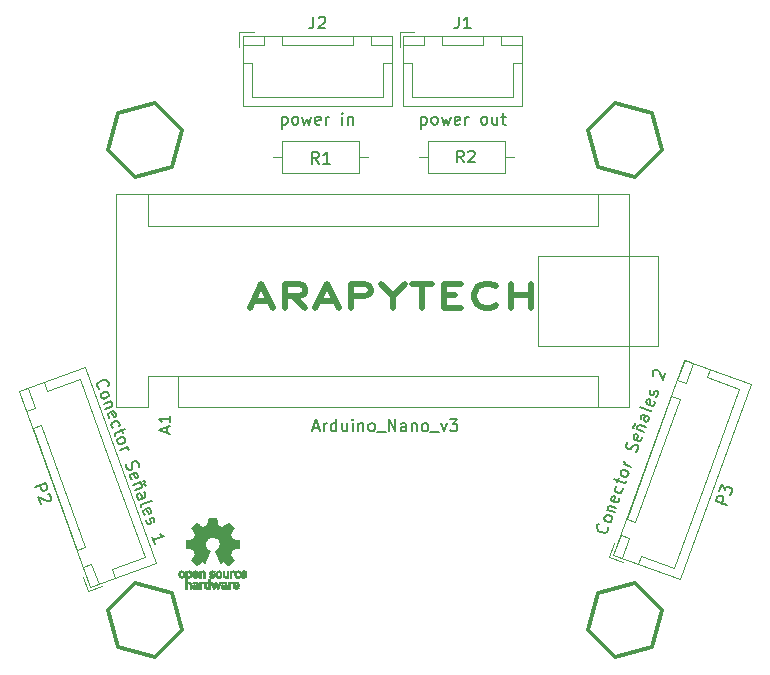
<source format=gbr>
G04 #@! TF.GenerationSoftware,KiCad,Pcbnew,(5.1.2)-2*
G04 #@! TF.CreationDate,2019-10-20T14:28:16-03:00*
G04 #@! TF.ProjectId,flight_computer,666c6967-6874-45f6-936f-6d7075746572,rev?*
G04 #@! TF.SameCoordinates,Original*
G04 #@! TF.FileFunction,Legend,Top*
G04 #@! TF.FilePolarity,Positive*
%FSLAX46Y46*%
G04 Gerber Fmt 4.6, Leading zero omitted, Abs format (unit mm)*
G04 Created by KiCad (PCBNEW (5.1.2)-2) date 2019-10-20 14:28:16*
%MOMM*%
%LPD*%
G04 APERTURE LIST*
%ADD10C,0.500000*%
%ADD11C,0.300000*%
%ADD12C,0.010000*%
%ADD13C,0.120000*%
%ADD14C,0.100000*%
%ADD15C,0.150000*%
%ADD16C,1.924000*%
%ADD17R,2.000000X2.000000*%
%ADD18O,2.000000X2.000000*%
%ADD19C,2.100000*%
%ADD20C,2.100000*%
%ADD21O,2.100000X2.350000*%
%ADD22C,3.400000*%
%ADD23R,2.400000X2.400000*%
%ADD24C,2.400000*%
%ADD25C,2.000000*%
G04 APERTURE END LIST*
D10*
X58642857Y-54833333D02*
X60071428Y-54833333D01*
X58357142Y-55404761D02*
X59357142Y-53404761D01*
X60357142Y-55404761D01*
X63071428Y-55404761D02*
X62071428Y-54452380D01*
X61357142Y-55404761D02*
X61357142Y-53404761D01*
X62500000Y-53404761D01*
X62785714Y-53500000D01*
X62928571Y-53595238D01*
X63071428Y-53785714D01*
X63071428Y-54071428D01*
X62928571Y-54261904D01*
X62785714Y-54357142D01*
X62500000Y-54452380D01*
X61357142Y-54452380D01*
X64214285Y-54833333D02*
X65642857Y-54833333D01*
X63928571Y-55404761D02*
X64928571Y-53404761D01*
X65928571Y-55404761D01*
X66928571Y-55404761D02*
X66928571Y-53404761D01*
X68071428Y-53404761D01*
X68357142Y-53500000D01*
X68500000Y-53595238D01*
X68642857Y-53785714D01*
X68642857Y-54071428D01*
X68500000Y-54261904D01*
X68357142Y-54357142D01*
X68071428Y-54452380D01*
X66928571Y-54452380D01*
X70500000Y-54452380D02*
X70500000Y-55404761D01*
X69500000Y-53404761D02*
X70500000Y-54452380D01*
X71500000Y-53404761D01*
X72071428Y-53404761D02*
X73785714Y-53404761D01*
X72928571Y-55404761D02*
X72928571Y-53404761D01*
X74785714Y-54357142D02*
X75785714Y-54357142D01*
X76214285Y-55404761D02*
X74785714Y-55404761D01*
X74785714Y-53404761D01*
X76214285Y-53404761D01*
X79214285Y-55214285D02*
X79071428Y-55309523D01*
X78642857Y-55404761D01*
X78357142Y-55404761D01*
X77928571Y-55309523D01*
X77642857Y-55119047D01*
X77500000Y-54928571D01*
X77357142Y-54547619D01*
X77357142Y-54261904D01*
X77500000Y-53880952D01*
X77642857Y-53690476D01*
X77928571Y-53500000D01*
X78357142Y-53404761D01*
X78642857Y-53404761D01*
X79071428Y-53500000D01*
X79214285Y-53595238D01*
X80500000Y-55404761D02*
X80500000Y-53404761D01*
X80500000Y-54357142D02*
X82214285Y-54357142D01*
X82214285Y-55404761D02*
X82214285Y-53404761D01*
D11*
X46338370Y-42043820D02*
X48644972Y-44350423D01*
X86979998Y-40355269D02*
X89286601Y-38048666D01*
X86979998Y-82685448D02*
X89286601Y-84992051D01*
X87824273Y-79534570D02*
X86979998Y-82685448D01*
X46338370Y-80996898D02*
X48644972Y-78690295D01*
X50333523Y-38048666D02*
X47182645Y-38892942D01*
X93281754Y-42043820D02*
X90975151Y-44350423D01*
X87824273Y-43506147D02*
X86979998Y-40355269D01*
X89286601Y-84992051D02*
X92437479Y-84147776D01*
X47182645Y-38892942D02*
X46338370Y-42043820D01*
X89286601Y-38048666D02*
X92437479Y-38892942D01*
X92437479Y-84147776D02*
X93281754Y-80996898D01*
X90975151Y-44350423D02*
X87824273Y-43506147D01*
X48644972Y-78690295D02*
X51795851Y-79534570D01*
X92437479Y-38892942D02*
X93281754Y-42043820D01*
X47182645Y-84147776D02*
X46338370Y-80996898D01*
X51795851Y-43506147D02*
X52640126Y-40355269D01*
X52640126Y-82685448D02*
X50333523Y-84992051D01*
X93281754Y-80996898D02*
X90975151Y-78690295D01*
X50333523Y-84992051D02*
X47182645Y-84147776D01*
X51795851Y-79534570D02*
X52640126Y-82685448D01*
X90975151Y-78690295D02*
X87824273Y-79534570D01*
X48644972Y-44350423D02*
X51795851Y-43506147D01*
X52640126Y-40355269D02*
X50333523Y-38048666D01*
D12*
G36*
X55576964Y-73490018D02*
G01*
X55633812Y-73791570D01*
X56053338Y-73964512D01*
X56304984Y-73793395D01*
X56375458Y-73745750D01*
X56439163Y-73703210D01*
X56493126Y-73667715D01*
X56534373Y-73641210D01*
X56559934Y-73625636D01*
X56566895Y-73622278D01*
X56579435Y-73630914D01*
X56606231Y-73654792D01*
X56644280Y-73690859D01*
X56690579Y-73736067D01*
X56742123Y-73787364D01*
X56795909Y-73841701D01*
X56848935Y-73896028D01*
X56898195Y-73947295D01*
X56940687Y-73992451D01*
X56973407Y-74028446D01*
X56993351Y-74052230D01*
X56998119Y-74060190D01*
X56991257Y-74074865D01*
X56972020Y-74107014D01*
X56942430Y-74153492D01*
X56904510Y-74211156D01*
X56860282Y-74276860D01*
X56834654Y-74314336D01*
X56787941Y-74382768D01*
X56746432Y-74444520D01*
X56712140Y-74496519D01*
X56687080Y-74535692D01*
X56673264Y-74558965D01*
X56671188Y-74563855D01*
X56675895Y-74577755D01*
X56688723Y-74610150D01*
X56707738Y-74656485D01*
X56731003Y-74712206D01*
X56756584Y-74772758D01*
X56782545Y-74833586D01*
X56806950Y-74890136D01*
X56827863Y-74937852D01*
X56843349Y-74972181D01*
X56851472Y-74988568D01*
X56851952Y-74989212D01*
X56864707Y-74992341D01*
X56898677Y-74999321D01*
X56950340Y-75009467D01*
X57016176Y-75022092D01*
X57092664Y-75036509D01*
X57137290Y-75044823D01*
X57219021Y-75060384D01*
X57292843Y-75075192D01*
X57355021Y-75088436D01*
X57401822Y-75099305D01*
X57429509Y-75106989D01*
X57435074Y-75109427D01*
X57440526Y-75125930D01*
X57444924Y-75163200D01*
X57448272Y-75216880D01*
X57450574Y-75282612D01*
X57451832Y-75356037D01*
X57452048Y-75432796D01*
X57451227Y-75508532D01*
X57449371Y-75578886D01*
X57446482Y-75639500D01*
X57442565Y-75686016D01*
X57437622Y-75714075D01*
X57434657Y-75719916D01*
X57416934Y-75726917D01*
X57379381Y-75736927D01*
X57326964Y-75748769D01*
X57264652Y-75761267D01*
X57242900Y-75765310D01*
X57138024Y-75784520D01*
X57055180Y-75799991D01*
X56991630Y-75812337D01*
X56944637Y-75822173D01*
X56911463Y-75830114D01*
X56889371Y-75836776D01*
X56875624Y-75842773D01*
X56867484Y-75848719D01*
X56866345Y-75849894D01*
X56854977Y-75868826D01*
X56837635Y-75905669D01*
X56816050Y-75955913D01*
X56791954Y-76015046D01*
X56767079Y-76078556D01*
X56743157Y-76141932D01*
X56721919Y-76200662D01*
X56705097Y-76250235D01*
X56694422Y-76286139D01*
X56691627Y-76303862D01*
X56691860Y-76304483D01*
X56701331Y-76318970D01*
X56722818Y-76350844D01*
X56754063Y-76396789D01*
X56792807Y-76453485D01*
X56836793Y-76517617D01*
X56849319Y-76535842D01*
X56893984Y-76601914D01*
X56933288Y-76662200D01*
X56965088Y-76713235D01*
X56987245Y-76751560D01*
X56997617Y-76773711D01*
X56998119Y-76776432D01*
X56989405Y-76790736D01*
X56965325Y-76819072D01*
X56928976Y-76858396D01*
X56883453Y-76905661D01*
X56831852Y-76957823D01*
X56777267Y-77011835D01*
X56722794Y-77064653D01*
X56671529Y-77113231D01*
X56626567Y-77154523D01*
X56591004Y-77185485D01*
X56567935Y-77203070D01*
X56561554Y-77205941D01*
X56546699Y-77199178D01*
X56516286Y-77180939D01*
X56475268Y-77154297D01*
X56443709Y-77132852D01*
X56386525Y-77093503D01*
X56318806Y-77047171D01*
X56250880Y-77000913D01*
X56214361Y-76976155D01*
X56090752Y-76892547D01*
X55986991Y-76948650D01*
X55939720Y-76973228D01*
X55899523Y-76992331D01*
X55872326Y-77003227D01*
X55865402Y-77004743D01*
X55857077Y-76993549D01*
X55840654Y-76961917D01*
X55817357Y-76912765D01*
X55788414Y-76849010D01*
X55755050Y-76773571D01*
X55718491Y-76689364D01*
X55679964Y-76599308D01*
X55640694Y-76506321D01*
X55601908Y-76413320D01*
X55564830Y-76323223D01*
X55530689Y-76238948D01*
X55500708Y-76163413D01*
X55476116Y-76099534D01*
X55458136Y-76050231D01*
X55447997Y-76018421D01*
X55446366Y-76007496D01*
X55459291Y-75993561D01*
X55487589Y-75970940D01*
X55525346Y-75944333D01*
X55528515Y-75942228D01*
X55626100Y-75864114D01*
X55704786Y-75772982D01*
X55763891Y-75671745D01*
X55802732Y-75563318D01*
X55820628Y-75450614D01*
X55816897Y-75336548D01*
X55790857Y-75224034D01*
X55741825Y-75115985D01*
X55727400Y-75092345D01*
X55652369Y-74996887D01*
X55563730Y-74920232D01*
X55464549Y-74862780D01*
X55357895Y-74824929D01*
X55246836Y-74807078D01*
X55134439Y-74809625D01*
X55023773Y-74832970D01*
X54917906Y-74877510D01*
X54819905Y-74943645D01*
X54789590Y-74970487D01*
X54712438Y-75054512D01*
X54656218Y-75142966D01*
X54617653Y-75242115D01*
X54596174Y-75340303D01*
X54590872Y-75450697D01*
X54608552Y-75561640D01*
X54647419Y-75669381D01*
X54705677Y-75770169D01*
X54781531Y-75860256D01*
X54873183Y-75935892D01*
X54885228Y-75943864D01*
X54923389Y-75969974D01*
X54952399Y-75992595D01*
X54966268Y-76007039D01*
X54966469Y-76007496D01*
X54963492Y-76023121D01*
X54951689Y-76058582D01*
X54932286Y-76110962D01*
X54906512Y-76177345D01*
X54875591Y-76254814D01*
X54840751Y-76340450D01*
X54803217Y-76431337D01*
X54764217Y-76524559D01*
X54724977Y-76617197D01*
X54686724Y-76706335D01*
X54650683Y-76789055D01*
X54618083Y-76862441D01*
X54590148Y-76923575D01*
X54568105Y-76969541D01*
X54553182Y-76997421D01*
X54547172Y-77004743D01*
X54528809Y-76999041D01*
X54494448Y-76983749D01*
X54450016Y-76961599D01*
X54425583Y-76948650D01*
X54321822Y-76892547D01*
X54198213Y-76976155D01*
X54135114Y-77018987D01*
X54066030Y-77066122D01*
X54001293Y-77110503D01*
X53968866Y-77132852D01*
X53923259Y-77163477D01*
X53884640Y-77187747D01*
X53858048Y-77202587D01*
X53849410Y-77205724D01*
X53836839Y-77197261D01*
X53809016Y-77173636D01*
X53768639Y-77137302D01*
X53718405Y-77090711D01*
X53661012Y-77036317D01*
X53624714Y-77001392D01*
X53561210Y-76938996D01*
X53506327Y-76883188D01*
X53462286Y-76836354D01*
X53431305Y-76800882D01*
X53415602Y-76779161D01*
X53414095Y-76774752D01*
X53421086Y-76757985D01*
X53440406Y-76724082D01*
X53469909Y-76676476D01*
X53507455Y-76618599D01*
X53550900Y-76553884D01*
X53563255Y-76535842D01*
X53608273Y-76470267D01*
X53648660Y-76411228D01*
X53682160Y-76362042D01*
X53706514Y-76326028D01*
X53719464Y-76306502D01*
X53720715Y-76304483D01*
X53718844Y-76288922D01*
X53708913Y-76254709D01*
X53692653Y-76206355D01*
X53671795Y-76148371D01*
X53648073Y-76085270D01*
X53623216Y-76021563D01*
X53598958Y-75961761D01*
X53577029Y-75910376D01*
X53559162Y-75871919D01*
X53547087Y-75850902D01*
X53546229Y-75849894D01*
X53538846Y-75843888D01*
X53526375Y-75837948D01*
X53506080Y-75831460D01*
X53475222Y-75823809D01*
X53431066Y-75814380D01*
X53370874Y-75802559D01*
X53291907Y-75787729D01*
X53191430Y-75769277D01*
X53169675Y-75765310D01*
X53105198Y-75752853D01*
X53048989Y-75740666D01*
X53006013Y-75729926D01*
X52981240Y-75721809D01*
X52977918Y-75719916D01*
X52972444Y-75703138D01*
X52967994Y-75665645D01*
X52964572Y-75611794D01*
X52962181Y-75545944D01*
X52960823Y-75472453D01*
X52960501Y-75395680D01*
X52961219Y-75319983D01*
X52962979Y-75249720D01*
X52965784Y-75189250D01*
X52969638Y-75142930D01*
X52974543Y-75115119D01*
X52977500Y-75109427D01*
X52993963Y-75103686D01*
X53031449Y-75094345D01*
X53086225Y-75082215D01*
X53154555Y-75068107D01*
X53232706Y-75052830D01*
X53275284Y-75044823D01*
X53356071Y-75029721D01*
X53428113Y-75016040D01*
X53487889Y-75004467D01*
X53531879Y-74995687D01*
X53556561Y-74990387D01*
X53560623Y-74989212D01*
X53567489Y-74975965D01*
X53582002Y-74944057D01*
X53602229Y-74898047D01*
X53626234Y-74842492D01*
X53652082Y-74781953D01*
X53677840Y-74720986D01*
X53701573Y-74664151D01*
X53721346Y-74616006D01*
X53735224Y-74581110D01*
X53741274Y-74564021D01*
X53741386Y-74563274D01*
X53734528Y-74549793D01*
X53715302Y-74518770D01*
X53685728Y-74473289D01*
X53647827Y-74416432D01*
X53603620Y-74351283D01*
X53577921Y-74313862D01*
X53531093Y-74245247D01*
X53489501Y-74182952D01*
X53455175Y-74130129D01*
X53430143Y-74089927D01*
X53416435Y-74065500D01*
X53414456Y-74060024D01*
X53422966Y-74047278D01*
X53446493Y-74020063D01*
X53482032Y-73981428D01*
X53526577Y-73934423D01*
X53577123Y-73882095D01*
X53630664Y-73827495D01*
X53684195Y-73773670D01*
X53734711Y-73723670D01*
X53779206Y-73680543D01*
X53814675Y-73647339D01*
X53838113Y-73627106D01*
X53845954Y-73622278D01*
X53858720Y-73629067D01*
X53889256Y-73648142D01*
X53934590Y-73677561D01*
X53991756Y-73715381D01*
X54057784Y-73759661D01*
X54107590Y-73793395D01*
X54359236Y-73964512D01*
X54568999Y-73878041D01*
X54778763Y-73791570D01*
X54835611Y-73490018D01*
X54892460Y-73188466D01*
X55520115Y-73188466D01*
X55576964Y-73490018D01*
X55576964Y-73490018D01*
G37*
X55576964Y-73490018D02*
X55633812Y-73791570D01*
X56053338Y-73964512D01*
X56304984Y-73793395D01*
X56375458Y-73745750D01*
X56439163Y-73703210D01*
X56493126Y-73667715D01*
X56534373Y-73641210D01*
X56559934Y-73625636D01*
X56566895Y-73622278D01*
X56579435Y-73630914D01*
X56606231Y-73654792D01*
X56644280Y-73690859D01*
X56690579Y-73736067D01*
X56742123Y-73787364D01*
X56795909Y-73841701D01*
X56848935Y-73896028D01*
X56898195Y-73947295D01*
X56940687Y-73992451D01*
X56973407Y-74028446D01*
X56993351Y-74052230D01*
X56998119Y-74060190D01*
X56991257Y-74074865D01*
X56972020Y-74107014D01*
X56942430Y-74153492D01*
X56904510Y-74211156D01*
X56860282Y-74276860D01*
X56834654Y-74314336D01*
X56787941Y-74382768D01*
X56746432Y-74444520D01*
X56712140Y-74496519D01*
X56687080Y-74535692D01*
X56673264Y-74558965D01*
X56671188Y-74563855D01*
X56675895Y-74577755D01*
X56688723Y-74610150D01*
X56707738Y-74656485D01*
X56731003Y-74712206D01*
X56756584Y-74772758D01*
X56782545Y-74833586D01*
X56806950Y-74890136D01*
X56827863Y-74937852D01*
X56843349Y-74972181D01*
X56851472Y-74988568D01*
X56851952Y-74989212D01*
X56864707Y-74992341D01*
X56898677Y-74999321D01*
X56950340Y-75009467D01*
X57016176Y-75022092D01*
X57092664Y-75036509D01*
X57137290Y-75044823D01*
X57219021Y-75060384D01*
X57292843Y-75075192D01*
X57355021Y-75088436D01*
X57401822Y-75099305D01*
X57429509Y-75106989D01*
X57435074Y-75109427D01*
X57440526Y-75125930D01*
X57444924Y-75163200D01*
X57448272Y-75216880D01*
X57450574Y-75282612D01*
X57451832Y-75356037D01*
X57452048Y-75432796D01*
X57451227Y-75508532D01*
X57449371Y-75578886D01*
X57446482Y-75639500D01*
X57442565Y-75686016D01*
X57437622Y-75714075D01*
X57434657Y-75719916D01*
X57416934Y-75726917D01*
X57379381Y-75736927D01*
X57326964Y-75748769D01*
X57264652Y-75761267D01*
X57242900Y-75765310D01*
X57138024Y-75784520D01*
X57055180Y-75799991D01*
X56991630Y-75812337D01*
X56944637Y-75822173D01*
X56911463Y-75830114D01*
X56889371Y-75836776D01*
X56875624Y-75842773D01*
X56867484Y-75848719D01*
X56866345Y-75849894D01*
X56854977Y-75868826D01*
X56837635Y-75905669D01*
X56816050Y-75955913D01*
X56791954Y-76015046D01*
X56767079Y-76078556D01*
X56743157Y-76141932D01*
X56721919Y-76200662D01*
X56705097Y-76250235D01*
X56694422Y-76286139D01*
X56691627Y-76303862D01*
X56691860Y-76304483D01*
X56701331Y-76318970D01*
X56722818Y-76350844D01*
X56754063Y-76396789D01*
X56792807Y-76453485D01*
X56836793Y-76517617D01*
X56849319Y-76535842D01*
X56893984Y-76601914D01*
X56933288Y-76662200D01*
X56965088Y-76713235D01*
X56987245Y-76751560D01*
X56997617Y-76773711D01*
X56998119Y-76776432D01*
X56989405Y-76790736D01*
X56965325Y-76819072D01*
X56928976Y-76858396D01*
X56883453Y-76905661D01*
X56831852Y-76957823D01*
X56777267Y-77011835D01*
X56722794Y-77064653D01*
X56671529Y-77113231D01*
X56626567Y-77154523D01*
X56591004Y-77185485D01*
X56567935Y-77203070D01*
X56561554Y-77205941D01*
X56546699Y-77199178D01*
X56516286Y-77180939D01*
X56475268Y-77154297D01*
X56443709Y-77132852D01*
X56386525Y-77093503D01*
X56318806Y-77047171D01*
X56250880Y-77000913D01*
X56214361Y-76976155D01*
X56090752Y-76892547D01*
X55986991Y-76948650D01*
X55939720Y-76973228D01*
X55899523Y-76992331D01*
X55872326Y-77003227D01*
X55865402Y-77004743D01*
X55857077Y-76993549D01*
X55840654Y-76961917D01*
X55817357Y-76912765D01*
X55788414Y-76849010D01*
X55755050Y-76773571D01*
X55718491Y-76689364D01*
X55679964Y-76599308D01*
X55640694Y-76506321D01*
X55601908Y-76413320D01*
X55564830Y-76323223D01*
X55530689Y-76238948D01*
X55500708Y-76163413D01*
X55476116Y-76099534D01*
X55458136Y-76050231D01*
X55447997Y-76018421D01*
X55446366Y-76007496D01*
X55459291Y-75993561D01*
X55487589Y-75970940D01*
X55525346Y-75944333D01*
X55528515Y-75942228D01*
X55626100Y-75864114D01*
X55704786Y-75772982D01*
X55763891Y-75671745D01*
X55802732Y-75563318D01*
X55820628Y-75450614D01*
X55816897Y-75336548D01*
X55790857Y-75224034D01*
X55741825Y-75115985D01*
X55727400Y-75092345D01*
X55652369Y-74996887D01*
X55563730Y-74920232D01*
X55464549Y-74862780D01*
X55357895Y-74824929D01*
X55246836Y-74807078D01*
X55134439Y-74809625D01*
X55023773Y-74832970D01*
X54917906Y-74877510D01*
X54819905Y-74943645D01*
X54789590Y-74970487D01*
X54712438Y-75054512D01*
X54656218Y-75142966D01*
X54617653Y-75242115D01*
X54596174Y-75340303D01*
X54590872Y-75450697D01*
X54608552Y-75561640D01*
X54647419Y-75669381D01*
X54705677Y-75770169D01*
X54781531Y-75860256D01*
X54873183Y-75935892D01*
X54885228Y-75943864D01*
X54923389Y-75969974D01*
X54952399Y-75992595D01*
X54966268Y-76007039D01*
X54966469Y-76007496D01*
X54963492Y-76023121D01*
X54951689Y-76058582D01*
X54932286Y-76110962D01*
X54906512Y-76177345D01*
X54875591Y-76254814D01*
X54840751Y-76340450D01*
X54803217Y-76431337D01*
X54764217Y-76524559D01*
X54724977Y-76617197D01*
X54686724Y-76706335D01*
X54650683Y-76789055D01*
X54618083Y-76862441D01*
X54590148Y-76923575D01*
X54568105Y-76969541D01*
X54553182Y-76997421D01*
X54547172Y-77004743D01*
X54528809Y-76999041D01*
X54494448Y-76983749D01*
X54450016Y-76961599D01*
X54425583Y-76948650D01*
X54321822Y-76892547D01*
X54198213Y-76976155D01*
X54135114Y-77018987D01*
X54066030Y-77066122D01*
X54001293Y-77110503D01*
X53968866Y-77132852D01*
X53923259Y-77163477D01*
X53884640Y-77187747D01*
X53858048Y-77202587D01*
X53849410Y-77205724D01*
X53836839Y-77197261D01*
X53809016Y-77173636D01*
X53768639Y-77137302D01*
X53718405Y-77090711D01*
X53661012Y-77036317D01*
X53624714Y-77001392D01*
X53561210Y-76938996D01*
X53506327Y-76883188D01*
X53462286Y-76836354D01*
X53431305Y-76800882D01*
X53415602Y-76779161D01*
X53414095Y-76774752D01*
X53421086Y-76757985D01*
X53440406Y-76724082D01*
X53469909Y-76676476D01*
X53507455Y-76618599D01*
X53550900Y-76553884D01*
X53563255Y-76535842D01*
X53608273Y-76470267D01*
X53648660Y-76411228D01*
X53682160Y-76362042D01*
X53706514Y-76326028D01*
X53719464Y-76306502D01*
X53720715Y-76304483D01*
X53718844Y-76288922D01*
X53708913Y-76254709D01*
X53692653Y-76206355D01*
X53671795Y-76148371D01*
X53648073Y-76085270D01*
X53623216Y-76021563D01*
X53598958Y-75961761D01*
X53577029Y-75910376D01*
X53559162Y-75871919D01*
X53547087Y-75850902D01*
X53546229Y-75849894D01*
X53538846Y-75843888D01*
X53526375Y-75837948D01*
X53506080Y-75831460D01*
X53475222Y-75823809D01*
X53431066Y-75814380D01*
X53370874Y-75802559D01*
X53291907Y-75787729D01*
X53191430Y-75769277D01*
X53169675Y-75765310D01*
X53105198Y-75752853D01*
X53048989Y-75740666D01*
X53006013Y-75729926D01*
X52981240Y-75721809D01*
X52977918Y-75719916D01*
X52972444Y-75703138D01*
X52967994Y-75665645D01*
X52964572Y-75611794D01*
X52962181Y-75545944D01*
X52960823Y-75472453D01*
X52960501Y-75395680D01*
X52961219Y-75319983D01*
X52962979Y-75249720D01*
X52965784Y-75189250D01*
X52969638Y-75142930D01*
X52974543Y-75115119D01*
X52977500Y-75109427D01*
X52993963Y-75103686D01*
X53031449Y-75094345D01*
X53086225Y-75082215D01*
X53154555Y-75068107D01*
X53232706Y-75052830D01*
X53275284Y-75044823D01*
X53356071Y-75029721D01*
X53428113Y-75016040D01*
X53487889Y-75004467D01*
X53531879Y-74995687D01*
X53556561Y-74990387D01*
X53560623Y-74989212D01*
X53567489Y-74975965D01*
X53582002Y-74944057D01*
X53602229Y-74898047D01*
X53626234Y-74842492D01*
X53652082Y-74781953D01*
X53677840Y-74720986D01*
X53701573Y-74664151D01*
X53721346Y-74616006D01*
X53735224Y-74581110D01*
X53741274Y-74564021D01*
X53741386Y-74563274D01*
X53734528Y-74549793D01*
X53715302Y-74518770D01*
X53685728Y-74473289D01*
X53647827Y-74416432D01*
X53603620Y-74351283D01*
X53577921Y-74313862D01*
X53531093Y-74245247D01*
X53489501Y-74182952D01*
X53455175Y-74130129D01*
X53430143Y-74089927D01*
X53416435Y-74065500D01*
X53414456Y-74060024D01*
X53422966Y-74047278D01*
X53446493Y-74020063D01*
X53482032Y-73981428D01*
X53526577Y-73934423D01*
X53577123Y-73882095D01*
X53630664Y-73827495D01*
X53684195Y-73773670D01*
X53734711Y-73723670D01*
X53779206Y-73680543D01*
X53814675Y-73647339D01*
X53838113Y-73627106D01*
X53845954Y-73622278D01*
X53858720Y-73629067D01*
X53889256Y-73648142D01*
X53934590Y-73677561D01*
X53991756Y-73715381D01*
X54057784Y-73759661D01*
X54107590Y-73793395D01*
X54359236Y-73964512D01*
X54568999Y-73878041D01*
X54778763Y-73791570D01*
X54835611Y-73490018D01*
X54892460Y-73188466D01*
X55520115Y-73188466D01*
X55576964Y-73490018D01*
G36*
X56999460Y-77658030D02*
G01*
X57042711Y-77671245D01*
X57070558Y-77687941D01*
X57079629Y-77701145D01*
X57077132Y-77716797D01*
X57060931Y-77741385D01*
X57047232Y-77758800D01*
X57018992Y-77790283D01*
X56997775Y-77803529D01*
X56979688Y-77802664D01*
X56926035Y-77789010D01*
X56886630Y-77789630D01*
X56854632Y-77805104D01*
X56843890Y-77814161D01*
X56809505Y-77846027D01*
X56809505Y-78262179D01*
X56671188Y-78262179D01*
X56671188Y-77658614D01*
X56740347Y-77658614D01*
X56781869Y-77660256D01*
X56803291Y-77666087D01*
X56809502Y-77677461D01*
X56809505Y-77677798D01*
X56812439Y-77689713D01*
X56825704Y-77688159D01*
X56844084Y-77679563D01*
X56882046Y-77663568D01*
X56912872Y-77653945D01*
X56952536Y-77651478D01*
X56999460Y-77658030D01*
X56999460Y-77658030D01*
G37*
X56999460Y-77658030D02*
X57042711Y-77671245D01*
X57070558Y-77687941D01*
X57079629Y-77701145D01*
X57077132Y-77716797D01*
X57060931Y-77741385D01*
X57047232Y-77758800D01*
X57018992Y-77790283D01*
X56997775Y-77803529D01*
X56979688Y-77802664D01*
X56926035Y-77789010D01*
X56886630Y-77789630D01*
X56854632Y-77805104D01*
X56843890Y-77814161D01*
X56809505Y-77846027D01*
X56809505Y-78262179D01*
X56671188Y-78262179D01*
X56671188Y-77658614D01*
X56740347Y-77658614D01*
X56781869Y-77660256D01*
X56803291Y-77666087D01*
X56809502Y-77677461D01*
X56809505Y-77677798D01*
X56812439Y-77689713D01*
X56825704Y-77688159D01*
X56844084Y-77679563D01*
X56882046Y-77663568D01*
X56912872Y-77653945D01*
X56952536Y-77651478D01*
X56999460Y-77658030D01*
G36*
X54445988Y-77669002D02*
G01*
X54477283Y-77683950D01*
X54507591Y-77705541D01*
X54530682Y-77730391D01*
X54547500Y-77762087D01*
X54558994Y-77804214D01*
X54566109Y-77860358D01*
X54569793Y-77934106D01*
X54570992Y-78029044D01*
X54571011Y-78038985D01*
X54571287Y-78262179D01*
X54432970Y-78262179D01*
X54432970Y-78056418D01*
X54432872Y-77980189D01*
X54432191Y-77924939D01*
X54430349Y-77886501D01*
X54426767Y-77860706D01*
X54420868Y-77843384D01*
X54412073Y-77830368D01*
X54399820Y-77817507D01*
X54356953Y-77789873D01*
X54310157Y-77784745D01*
X54265576Y-77802217D01*
X54250072Y-77815221D01*
X54238690Y-77827447D01*
X54230519Y-77840540D01*
X54225026Y-77858615D01*
X54221680Y-77885787D01*
X54219949Y-77926170D01*
X54219303Y-77983879D01*
X54219208Y-78054132D01*
X54219208Y-78262179D01*
X54080891Y-78262179D01*
X54080891Y-77658614D01*
X54150050Y-77658614D01*
X54191572Y-77660256D01*
X54212994Y-77666087D01*
X54219205Y-77677461D01*
X54219208Y-77677798D01*
X54222090Y-77688938D01*
X54234801Y-77687674D01*
X54260074Y-77675434D01*
X54317395Y-77657424D01*
X54382963Y-77655421D01*
X54445988Y-77669002D01*
X54445988Y-77669002D01*
G37*
X54445988Y-77669002D02*
X54477283Y-77683950D01*
X54507591Y-77705541D01*
X54530682Y-77730391D01*
X54547500Y-77762087D01*
X54558994Y-77804214D01*
X54566109Y-77860358D01*
X54569793Y-77934106D01*
X54570992Y-78029044D01*
X54571011Y-78038985D01*
X54571287Y-78262179D01*
X54432970Y-78262179D01*
X54432970Y-78056418D01*
X54432872Y-77980189D01*
X54432191Y-77924939D01*
X54430349Y-77886501D01*
X54426767Y-77860706D01*
X54420868Y-77843384D01*
X54412073Y-77830368D01*
X54399820Y-77817507D01*
X54356953Y-77789873D01*
X54310157Y-77784745D01*
X54265576Y-77802217D01*
X54250072Y-77815221D01*
X54238690Y-77827447D01*
X54230519Y-77840540D01*
X54225026Y-77858615D01*
X54221680Y-77885787D01*
X54219949Y-77926170D01*
X54219303Y-77983879D01*
X54219208Y-78054132D01*
X54219208Y-78262179D01*
X54080891Y-78262179D01*
X54080891Y-77658614D01*
X54150050Y-77658614D01*
X54191572Y-77660256D01*
X54212994Y-77666087D01*
X54219205Y-77677461D01*
X54219208Y-77677798D01*
X54222090Y-77688938D01*
X54234801Y-77687674D01*
X54260074Y-77675434D01*
X54317395Y-77657424D01*
X54382963Y-77655421D01*
X54445988Y-77669002D01*
G36*
X57877898Y-77656457D02*
G01*
X57910096Y-77664279D01*
X57971825Y-77692921D01*
X58024610Y-77736667D01*
X58061141Y-77789117D01*
X58066160Y-77800893D01*
X58073045Y-77831740D01*
X58077864Y-77877371D01*
X58079505Y-77923492D01*
X58079505Y-78010693D01*
X57897178Y-78010693D01*
X57821979Y-78010978D01*
X57769003Y-78012704D01*
X57735325Y-78017181D01*
X57718020Y-78025720D01*
X57714163Y-78039630D01*
X57720829Y-78060222D01*
X57732770Y-78084315D01*
X57766080Y-78124525D01*
X57812368Y-78144558D01*
X57868944Y-78143905D01*
X57933031Y-78122101D01*
X57988417Y-78095193D01*
X58034375Y-78131532D01*
X58080333Y-78167872D01*
X58037096Y-78207819D01*
X57979374Y-78245563D01*
X57908386Y-78268320D01*
X57832029Y-78274688D01*
X57758199Y-78263268D01*
X57746287Y-78259393D01*
X57681399Y-78225506D01*
X57633130Y-78174986D01*
X57600465Y-78106325D01*
X57582385Y-78018014D01*
X57582175Y-78016121D01*
X57580556Y-77919878D01*
X57587100Y-77885542D01*
X57714852Y-77885542D01*
X57726584Y-77890822D01*
X57758438Y-77894867D01*
X57805397Y-77897176D01*
X57835154Y-77897525D01*
X57890648Y-77897306D01*
X57925346Y-77895916D01*
X57943601Y-77892251D01*
X57949766Y-77885210D01*
X57948195Y-77873690D01*
X57946878Y-77869233D01*
X57924382Y-77827355D01*
X57889003Y-77793604D01*
X57857780Y-77778773D01*
X57816301Y-77779668D01*
X57774269Y-77798164D01*
X57739012Y-77828786D01*
X57717854Y-77866062D01*
X57714852Y-77885542D01*
X57587100Y-77885542D01*
X57596690Y-77835229D01*
X57628698Y-77764191D01*
X57674701Y-77708779D01*
X57732821Y-77671009D01*
X57801180Y-77652896D01*
X57877898Y-77656457D01*
X57877898Y-77656457D01*
G37*
X57877898Y-77656457D02*
X57910096Y-77664279D01*
X57971825Y-77692921D01*
X58024610Y-77736667D01*
X58061141Y-77789117D01*
X58066160Y-77800893D01*
X58073045Y-77831740D01*
X58077864Y-77877371D01*
X58079505Y-77923492D01*
X58079505Y-78010693D01*
X57897178Y-78010693D01*
X57821979Y-78010978D01*
X57769003Y-78012704D01*
X57735325Y-78017181D01*
X57718020Y-78025720D01*
X57714163Y-78039630D01*
X57720829Y-78060222D01*
X57732770Y-78084315D01*
X57766080Y-78124525D01*
X57812368Y-78144558D01*
X57868944Y-78143905D01*
X57933031Y-78122101D01*
X57988417Y-78095193D01*
X58034375Y-78131532D01*
X58080333Y-78167872D01*
X58037096Y-78207819D01*
X57979374Y-78245563D01*
X57908386Y-78268320D01*
X57832029Y-78274688D01*
X57758199Y-78263268D01*
X57746287Y-78259393D01*
X57681399Y-78225506D01*
X57633130Y-78174986D01*
X57600465Y-78106325D01*
X57582385Y-78018014D01*
X57582175Y-78016121D01*
X57580556Y-77919878D01*
X57587100Y-77885542D01*
X57714852Y-77885542D01*
X57726584Y-77890822D01*
X57758438Y-77894867D01*
X57805397Y-77897176D01*
X57835154Y-77897525D01*
X57890648Y-77897306D01*
X57925346Y-77895916D01*
X57943601Y-77892251D01*
X57949766Y-77885210D01*
X57948195Y-77873690D01*
X57946878Y-77869233D01*
X57924382Y-77827355D01*
X57889003Y-77793604D01*
X57857780Y-77778773D01*
X57816301Y-77779668D01*
X57774269Y-77798164D01*
X57739012Y-77828786D01*
X57717854Y-77866062D01*
X57714852Y-77885542D01*
X57587100Y-77885542D01*
X57596690Y-77835229D01*
X57628698Y-77764191D01*
X57674701Y-77708779D01*
X57732821Y-77671009D01*
X57801180Y-77652896D01*
X57877898Y-77656457D01*
G36*
X57417226Y-77663880D02*
G01*
X57490080Y-77694830D01*
X57513027Y-77709895D01*
X57542354Y-77733048D01*
X57560764Y-77751253D01*
X57563961Y-77757183D01*
X57554935Y-77770340D01*
X57531837Y-77792667D01*
X57513344Y-77808250D01*
X57462728Y-77848926D01*
X57422760Y-77815295D01*
X57391874Y-77793584D01*
X57361759Y-77786090D01*
X57327292Y-77787920D01*
X57272561Y-77801528D01*
X57234886Y-77829772D01*
X57211991Y-77875433D01*
X57201597Y-77941289D01*
X57201595Y-77941331D01*
X57202494Y-78014939D01*
X57216463Y-78068946D01*
X57244328Y-78105716D01*
X57263325Y-78118168D01*
X57313776Y-78133673D01*
X57367663Y-78133683D01*
X57414546Y-78118638D01*
X57425644Y-78111287D01*
X57453476Y-78092511D01*
X57475236Y-78089434D01*
X57498704Y-78103409D01*
X57524649Y-78128510D01*
X57565716Y-78170880D01*
X57520121Y-78208464D01*
X57449674Y-78250882D01*
X57370233Y-78271785D01*
X57287215Y-78270272D01*
X57232694Y-78256411D01*
X57168970Y-78222135D01*
X57118005Y-78168212D01*
X57094851Y-78130149D01*
X57076099Y-78075536D01*
X57066715Y-78006369D01*
X57066643Y-77931407D01*
X57075824Y-77859409D01*
X57094199Y-77799137D01*
X57097093Y-77792958D01*
X57139952Y-77732351D01*
X57197979Y-77688224D01*
X57266591Y-77661493D01*
X57341201Y-77653073D01*
X57417226Y-77663880D01*
X57417226Y-77663880D01*
G37*
X57417226Y-77663880D02*
X57490080Y-77694830D01*
X57513027Y-77709895D01*
X57542354Y-77733048D01*
X57560764Y-77751253D01*
X57563961Y-77757183D01*
X57554935Y-77770340D01*
X57531837Y-77792667D01*
X57513344Y-77808250D01*
X57462728Y-77848926D01*
X57422760Y-77815295D01*
X57391874Y-77793584D01*
X57361759Y-77786090D01*
X57327292Y-77787920D01*
X57272561Y-77801528D01*
X57234886Y-77829772D01*
X57211991Y-77875433D01*
X57201597Y-77941289D01*
X57201595Y-77941331D01*
X57202494Y-78014939D01*
X57216463Y-78068946D01*
X57244328Y-78105716D01*
X57263325Y-78118168D01*
X57313776Y-78133673D01*
X57367663Y-78133683D01*
X57414546Y-78118638D01*
X57425644Y-78111287D01*
X57453476Y-78092511D01*
X57475236Y-78089434D01*
X57498704Y-78103409D01*
X57524649Y-78128510D01*
X57565716Y-78170880D01*
X57520121Y-78208464D01*
X57449674Y-78250882D01*
X57370233Y-78271785D01*
X57287215Y-78270272D01*
X57232694Y-78256411D01*
X57168970Y-78222135D01*
X57118005Y-78168212D01*
X57094851Y-78130149D01*
X57076099Y-78075536D01*
X57066715Y-78006369D01*
X57066643Y-77931407D01*
X57075824Y-77859409D01*
X57094199Y-77799137D01*
X57097093Y-77792958D01*
X57139952Y-77732351D01*
X57197979Y-77688224D01*
X57266591Y-77661493D01*
X57341201Y-77653073D01*
X57417226Y-77663880D01*
G36*
X56193367Y-77854342D02*
G01*
X56194555Y-77946563D01*
X56198897Y-78016610D01*
X56207558Y-78067381D01*
X56221704Y-78101772D01*
X56242500Y-78122679D01*
X56271110Y-78133000D01*
X56306535Y-78135636D01*
X56343636Y-78132682D01*
X56371818Y-78121889D01*
X56392243Y-78100360D01*
X56406079Y-78065199D01*
X56414491Y-78013510D01*
X56418643Y-77942394D01*
X56419703Y-77854342D01*
X56419703Y-77658614D01*
X56558020Y-77658614D01*
X56558020Y-78262179D01*
X56488862Y-78262179D01*
X56447170Y-78260489D01*
X56425701Y-78254556D01*
X56419703Y-78243293D01*
X56416091Y-78233261D01*
X56401714Y-78235383D01*
X56372736Y-78249580D01*
X56306319Y-78271480D01*
X56235875Y-78269928D01*
X56168377Y-78246147D01*
X56136233Y-78227362D01*
X56111715Y-78207022D01*
X56093804Y-78181573D01*
X56081479Y-78147458D01*
X56073723Y-78101121D01*
X56069516Y-78039007D01*
X56067840Y-77957561D01*
X56067624Y-77894578D01*
X56067624Y-77658614D01*
X56193367Y-77658614D01*
X56193367Y-77854342D01*
X56193367Y-77854342D01*
G37*
X56193367Y-77854342D02*
X56194555Y-77946563D01*
X56198897Y-78016610D01*
X56207558Y-78067381D01*
X56221704Y-78101772D01*
X56242500Y-78122679D01*
X56271110Y-78133000D01*
X56306535Y-78135636D01*
X56343636Y-78132682D01*
X56371818Y-78121889D01*
X56392243Y-78100360D01*
X56406079Y-78065199D01*
X56414491Y-78013510D01*
X56418643Y-77942394D01*
X56419703Y-77854342D01*
X56419703Y-77658614D01*
X56558020Y-77658614D01*
X56558020Y-78262179D01*
X56488862Y-78262179D01*
X56447170Y-78260489D01*
X56425701Y-78254556D01*
X56419703Y-78243293D01*
X56416091Y-78233261D01*
X56401714Y-78235383D01*
X56372736Y-78249580D01*
X56306319Y-78271480D01*
X56235875Y-78269928D01*
X56168377Y-78246147D01*
X56136233Y-78227362D01*
X56111715Y-78207022D01*
X56093804Y-78181573D01*
X56081479Y-78147458D01*
X56073723Y-78101121D01*
X56069516Y-78039007D01*
X56067840Y-77957561D01*
X56067624Y-77894578D01*
X56067624Y-77658614D01*
X56193367Y-77658614D01*
X56193367Y-77854342D01*
G36*
X55810762Y-77666055D02*
G01*
X55874363Y-77700692D01*
X55924123Y-77755372D01*
X55947568Y-77799842D01*
X55957634Y-77839121D01*
X55964156Y-77895116D01*
X55966951Y-77959621D01*
X55965836Y-78024429D01*
X55960626Y-78081334D01*
X55954541Y-78111727D01*
X55934014Y-78153306D01*
X55898463Y-78197468D01*
X55855619Y-78236087D01*
X55813211Y-78261034D01*
X55812177Y-78261430D01*
X55759553Y-78272331D01*
X55697188Y-78272601D01*
X55637924Y-78262676D01*
X55615040Y-78254722D01*
X55556102Y-78221300D01*
X55513890Y-78177511D01*
X55486156Y-78119538D01*
X55470651Y-78043565D01*
X55467143Y-78003771D01*
X55467590Y-77953766D01*
X55602376Y-77953766D01*
X55606917Y-78026732D01*
X55619986Y-78082334D01*
X55640756Y-78117861D01*
X55655552Y-78128020D01*
X55693464Y-78135104D01*
X55738527Y-78133007D01*
X55777487Y-78122812D01*
X55787704Y-78117204D01*
X55814659Y-78084538D01*
X55832451Y-78034545D01*
X55840024Y-77973705D01*
X55836325Y-77908497D01*
X55828057Y-77869253D01*
X55804320Y-77823805D01*
X55766849Y-77795396D01*
X55721720Y-77785573D01*
X55675011Y-77795887D01*
X55639132Y-77821112D01*
X55620277Y-77841925D01*
X55609272Y-77862439D01*
X55604026Y-77890203D01*
X55602449Y-77932762D01*
X55602376Y-77953766D01*
X55467590Y-77953766D01*
X55468094Y-77897580D01*
X55485388Y-77810501D01*
X55519029Y-77742530D01*
X55569018Y-77693664D01*
X55635356Y-77663899D01*
X55649601Y-77660448D01*
X55735210Y-77652345D01*
X55810762Y-77666055D01*
X55810762Y-77666055D01*
G37*
X55810762Y-77666055D02*
X55874363Y-77700692D01*
X55924123Y-77755372D01*
X55947568Y-77799842D01*
X55957634Y-77839121D01*
X55964156Y-77895116D01*
X55966951Y-77959621D01*
X55965836Y-78024429D01*
X55960626Y-78081334D01*
X55954541Y-78111727D01*
X55934014Y-78153306D01*
X55898463Y-78197468D01*
X55855619Y-78236087D01*
X55813211Y-78261034D01*
X55812177Y-78261430D01*
X55759553Y-78272331D01*
X55697188Y-78272601D01*
X55637924Y-78262676D01*
X55615040Y-78254722D01*
X55556102Y-78221300D01*
X55513890Y-78177511D01*
X55486156Y-78119538D01*
X55470651Y-78043565D01*
X55467143Y-78003771D01*
X55467590Y-77953766D01*
X55602376Y-77953766D01*
X55606917Y-78026732D01*
X55619986Y-78082334D01*
X55640756Y-78117861D01*
X55655552Y-78128020D01*
X55693464Y-78135104D01*
X55738527Y-78133007D01*
X55777487Y-78122812D01*
X55787704Y-78117204D01*
X55814659Y-78084538D01*
X55832451Y-78034545D01*
X55840024Y-77973705D01*
X55836325Y-77908497D01*
X55828057Y-77869253D01*
X55804320Y-77823805D01*
X55766849Y-77795396D01*
X55721720Y-77785573D01*
X55675011Y-77795887D01*
X55639132Y-77821112D01*
X55620277Y-77841925D01*
X55609272Y-77862439D01*
X55604026Y-77890203D01*
X55602449Y-77932762D01*
X55602376Y-77953766D01*
X55467590Y-77953766D01*
X55468094Y-77897580D01*
X55485388Y-77810501D01*
X55519029Y-77742530D01*
X55569018Y-77693664D01*
X55635356Y-77663899D01*
X55649601Y-77660448D01*
X55735210Y-77652345D01*
X55810762Y-77666055D01*
G36*
X55214017Y-77656452D02*
G01*
X55261634Y-77665482D01*
X55311034Y-77684370D01*
X55316312Y-77686777D01*
X55353774Y-77706476D01*
X55379717Y-77724781D01*
X55388103Y-77736508D01*
X55380117Y-77755632D01*
X55360720Y-77783850D01*
X55352110Y-77794384D01*
X55316628Y-77835847D01*
X55270885Y-77808858D01*
X55227350Y-77790878D01*
X55177050Y-77781267D01*
X55128812Y-77780660D01*
X55091467Y-77789691D01*
X55082505Y-77795327D01*
X55065437Y-77821171D01*
X55063363Y-77850941D01*
X55076134Y-77874197D01*
X55083688Y-77878708D01*
X55106325Y-77884309D01*
X55146115Y-77890892D01*
X55195166Y-77897183D01*
X55204215Y-77898170D01*
X55282996Y-77911798D01*
X55340136Y-77934946D01*
X55378030Y-77969752D01*
X55399079Y-78018354D01*
X55405635Y-78077718D01*
X55396577Y-78145198D01*
X55367164Y-78198188D01*
X55317278Y-78236783D01*
X55246800Y-78261081D01*
X55168565Y-78270667D01*
X55104766Y-78270552D01*
X55053016Y-78261845D01*
X55017673Y-78249825D01*
X54973017Y-78228880D01*
X54931747Y-78204574D01*
X54917079Y-78193876D01*
X54879357Y-78163084D01*
X54924852Y-78117049D01*
X54970347Y-78071013D01*
X55022072Y-78105243D01*
X55073952Y-78130952D01*
X55129351Y-78144399D01*
X55182605Y-78145818D01*
X55228049Y-78135443D01*
X55260016Y-78113507D01*
X55270338Y-78094998D01*
X55268789Y-78065314D01*
X55243140Y-78042615D01*
X55193460Y-78026940D01*
X55139031Y-78019695D01*
X55055264Y-78005873D01*
X54993033Y-77979796D01*
X54951507Y-77940699D01*
X54929853Y-77887820D01*
X54926853Y-77825126D01*
X54941671Y-77759642D01*
X54975454Y-77710144D01*
X55028505Y-77676408D01*
X55101126Y-77658207D01*
X55154928Y-77654639D01*
X55214017Y-77656452D01*
X55214017Y-77656452D01*
G37*
X55214017Y-77656452D02*
X55261634Y-77665482D01*
X55311034Y-77684370D01*
X55316312Y-77686777D01*
X55353774Y-77706476D01*
X55379717Y-77724781D01*
X55388103Y-77736508D01*
X55380117Y-77755632D01*
X55360720Y-77783850D01*
X55352110Y-77794384D01*
X55316628Y-77835847D01*
X55270885Y-77808858D01*
X55227350Y-77790878D01*
X55177050Y-77781267D01*
X55128812Y-77780660D01*
X55091467Y-77789691D01*
X55082505Y-77795327D01*
X55065437Y-77821171D01*
X55063363Y-77850941D01*
X55076134Y-77874197D01*
X55083688Y-77878708D01*
X55106325Y-77884309D01*
X55146115Y-77890892D01*
X55195166Y-77897183D01*
X55204215Y-77898170D01*
X55282996Y-77911798D01*
X55340136Y-77934946D01*
X55378030Y-77969752D01*
X55399079Y-78018354D01*
X55405635Y-78077718D01*
X55396577Y-78145198D01*
X55367164Y-78198188D01*
X55317278Y-78236783D01*
X55246800Y-78261081D01*
X55168565Y-78270667D01*
X55104766Y-78270552D01*
X55053016Y-78261845D01*
X55017673Y-78249825D01*
X54973017Y-78228880D01*
X54931747Y-78204574D01*
X54917079Y-78193876D01*
X54879357Y-78163084D01*
X54924852Y-78117049D01*
X54970347Y-78071013D01*
X55022072Y-78105243D01*
X55073952Y-78130952D01*
X55129351Y-78144399D01*
X55182605Y-78145818D01*
X55228049Y-78135443D01*
X55260016Y-78113507D01*
X55270338Y-78094998D01*
X55268789Y-78065314D01*
X55243140Y-78042615D01*
X55193460Y-78026940D01*
X55139031Y-78019695D01*
X55055264Y-78005873D01*
X54993033Y-77979796D01*
X54951507Y-77940699D01*
X54929853Y-77887820D01*
X54926853Y-77825126D01*
X54941671Y-77759642D01*
X54975454Y-77710144D01*
X55028505Y-77676408D01*
X55101126Y-77658207D01*
X55154928Y-77654639D01*
X55214017Y-77656452D01*
G36*
X53843301Y-77672614D02*
G01*
X53855832Y-77678514D01*
X53899201Y-77710283D01*
X53940210Y-77756646D01*
X53970832Y-77807696D01*
X53979541Y-77831166D01*
X53987488Y-77873091D01*
X53992226Y-77923757D01*
X53992801Y-77944679D01*
X53992871Y-78010693D01*
X53612917Y-78010693D01*
X53621017Y-78045273D01*
X53640896Y-78086170D01*
X53675653Y-78121514D01*
X53717002Y-78144282D01*
X53743351Y-78149010D01*
X53779084Y-78143273D01*
X53821718Y-78128882D01*
X53836201Y-78122262D01*
X53889760Y-78095513D01*
X53935467Y-78130376D01*
X53961842Y-78153955D01*
X53975876Y-78173417D01*
X53976586Y-78179129D01*
X53964049Y-78192973D01*
X53936572Y-78214012D01*
X53911634Y-78230425D01*
X53844336Y-78259930D01*
X53768890Y-78273284D01*
X53694112Y-78269812D01*
X53634505Y-78251663D01*
X53573059Y-78212784D01*
X53529392Y-78161595D01*
X53502074Y-78095367D01*
X53489678Y-78011371D01*
X53488579Y-77972936D01*
X53492978Y-77884861D01*
X53493518Y-77882299D01*
X53619418Y-77882299D01*
X53622885Y-77890558D01*
X53637137Y-77895113D01*
X53666530Y-77897065D01*
X53715425Y-77897517D01*
X53734252Y-77897525D01*
X53791533Y-77896843D01*
X53827859Y-77894364D01*
X53847396Y-77889443D01*
X53854310Y-77881434D01*
X53854555Y-77878862D01*
X53846664Y-77858423D01*
X53826915Y-77829789D01*
X53818425Y-77819763D01*
X53786906Y-77791408D01*
X53754051Y-77780259D01*
X53736349Y-77779327D01*
X53688461Y-77790981D01*
X53648301Y-77822285D01*
X53622827Y-77867752D01*
X53622375Y-77869233D01*
X53619418Y-77882299D01*
X53493518Y-77882299D01*
X53507608Y-77815510D01*
X53533962Y-77760025D01*
X53566193Y-77720639D01*
X53625783Y-77677931D01*
X53695832Y-77655109D01*
X53770339Y-77653046D01*
X53843301Y-77672614D01*
X53843301Y-77672614D01*
G37*
X53843301Y-77672614D02*
X53855832Y-77678514D01*
X53899201Y-77710283D01*
X53940210Y-77756646D01*
X53970832Y-77807696D01*
X53979541Y-77831166D01*
X53987488Y-77873091D01*
X53992226Y-77923757D01*
X53992801Y-77944679D01*
X53992871Y-78010693D01*
X53612917Y-78010693D01*
X53621017Y-78045273D01*
X53640896Y-78086170D01*
X53675653Y-78121514D01*
X53717002Y-78144282D01*
X53743351Y-78149010D01*
X53779084Y-78143273D01*
X53821718Y-78128882D01*
X53836201Y-78122262D01*
X53889760Y-78095513D01*
X53935467Y-78130376D01*
X53961842Y-78153955D01*
X53975876Y-78173417D01*
X53976586Y-78179129D01*
X53964049Y-78192973D01*
X53936572Y-78214012D01*
X53911634Y-78230425D01*
X53844336Y-78259930D01*
X53768890Y-78273284D01*
X53694112Y-78269812D01*
X53634505Y-78251663D01*
X53573059Y-78212784D01*
X53529392Y-78161595D01*
X53502074Y-78095367D01*
X53489678Y-78011371D01*
X53488579Y-77972936D01*
X53492978Y-77884861D01*
X53493518Y-77882299D01*
X53619418Y-77882299D01*
X53622885Y-77890558D01*
X53637137Y-77895113D01*
X53666530Y-77897065D01*
X53715425Y-77897517D01*
X53734252Y-77897525D01*
X53791533Y-77896843D01*
X53827859Y-77894364D01*
X53847396Y-77889443D01*
X53854310Y-77881434D01*
X53854555Y-77878862D01*
X53846664Y-77858423D01*
X53826915Y-77829789D01*
X53818425Y-77819763D01*
X53786906Y-77791408D01*
X53754051Y-77780259D01*
X53736349Y-77779327D01*
X53688461Y-77790981D01*
X53648301Y-77822285D01*
X53622827Y-77867752D01*
X53622375Y-77869233D01*
X53619418Y-77882299D01*
X53493518Y-77882299D01*
X53507608Y-77815510D01*
X53533962Y-77760025D01*
X53566193Y-77720639D01*
X53625783Y-77677931D01*
X53695832Y-77655109D01*
X53770339Y-77653046D01*
X53843301Y-77672614D01*
G36*
X52661739Y-77665148D02*
G01*
X52727521Y-77694231D01*
X52777460Y-77742793D01*
X52811626Y-77810908D01*
X52830093Y-77898651D01*
X52831417Y-77912351D01*
X52832454Y-78008939D01*
X52819007Y-78093602D01*
X52791892Y-78162221D01*
X52777373Y-78184294D01*
X52726799Y-78231011D01*
X52662391Y-78261268D01*
X52590334Y-78273824D01*
X52516815Y-78267439D01*
X52460928Y-78247772D01*
X52412868Y-78214629D01*
X52373588Y-78171175D01*
X52372908Y-78170158D01*
X52356956Y-78143338D01*
X52346590Y-78116368D01*
X52340312Y-78082332D01*
X52336627Y-78034310D01*
X52335003Y-77994931D01*
X52334328Y-77959219D01*
X52460045Y-77959219D01*
X52461274Y-77994770D01*
X52465734Y-78042094D01*
X52473603Y-78072465D01*
X52487793Y-78094072D01*
X52501083Y-78106694D01*
X52548198Y-78133122D01*
X52597495Y-78136653D01*
X52643407Y-78117639D01*
X52666362Y-78096331D01*
X52682904Y-78074859D01*
X52692579Y-78054313D01*
X52696826Y-78027574D01*
X52697080Y-77987523D01*
X52695772Y-77950638D01*
X52692957Y-77897947D01*
X52688495Y-77863772D01*
X52680452Y-77841480D01*
X52666897Y-77824442D01*
X52656155Y-77814703D01*
X52611223Y-77789123D01*
X52562751Y-77787847D01*
X52522106Y-77802999D01*
X52487433Y-77834642D01*
X52466776Y-77886620D01*
X52460045Y-77959219D01*
X52334328Y-77959219D01*
X52333521Y-77916621D01*
X52336052Y-77858056D01*
X52343638Y-77814007D01*
X52357319Y-77779248D01*
X52378135Y-77748551D01*
X52385853Y-77739436D01*
X52434111Y-77694021D01*
X52485872Y-77667493D01*
X52549172Y-77656379D01*
X52580039Y-77655471D01*
X52661739Y-77665148D01*
X52661739Y-77665148D01*
G37*
X52661739Y-77665148D02*
X52727521Y-77694231D01*
X52777460Y-77742793D01*
X52811626Y-77810908D01*
X52830093Y-77898651D01*
X52831417Y-77912351D01*
X52832454Y-78008939D01*
X52819007Y-78093602D01*
X52791892Y-78162221D01*
X52777373Y-78184294D01*
X52726799Y-78231011D01*
X52662391Y-78261268D01*
X52590334Y-78273824D01*
X52516815Y-78267439D01*
X52460928Y-78247772D01*
X52412868Y-78214629D01*
X52373588Y-78171175D01*
X52372908Y-78170158D01*
X52356956Y-78143338D01*
X52346590Y-78116368D01*
X52340312Y-78082332D01*
X52336627Y-78034310D01*
X52335003Y-77994931D01*
X52334328Y-77959219D01*
X52460045Y-77959219D01*
X52461274Y-77994770D01*
X52465734Y-78042094D01*
X52473603Y-78072465D01*
X52487793Y-78094072D01*
X52501083Y-78106694D01*
X52548198Y-78133122D01*
X52597495Y-78136653D01*
X52643407Y-78117639D01*
X52666362Y-78096331D01*
X52682904Y-78074859D01*
X52692579Y-78054313D01*
X52696826Y-78027574D01*
X52697080Y-77987523D01*
X52695772Y-77950638D01*
X52692957Y-77897947D01*
X52688495Y-77863772D01*
X52680452Y-77841480D01*
X52666897Y-77824442D01*
X52656155Y-77814703D01*
X52611223Y-77789123D01*
X52562751Y-77787847D01*
X52522106Y-77802999D01*
X52487433Y-77834642D01*
X52466776Y-77886620D01*
X52460045Y-77959219D01*
X52334328Y-77959219D01*
X52333521Y-77916621D01*
X52336052Y-77858056D01*
X52343638Y-77814007D01*
X52357319Y-77779248D01*
X52378135Y-77748551D01*
X52385853Y-77739436D01*
X52434111Y-77694021D01*
X52485872Y-77667493D01*
X52549172Y-77656379D01*
X52580039Y-77655471D01*
X52661739Y-77665148D01*
G36*
X57232581Y-78604970D02*
G01*
X57292685Y-78620597D01*
X57343021Y-78652848D01*
X57367393Y-78676940D01*
X57407345Y-78733895D01*
X57430242Y-78799965D01*
X57438108Y-78881182D01*
X57438148Y-78887748D01*
X57438218Y-78953763D01*
X57058264Y-78953763D01*
X57066363Y-78988342D01*
X57080987Y-79019659D01*
X57106581Y-79052291D01*
X57111935Y-79057500D01*
X57157943Y-79085694D01*
X57210410Y-79090475D01*
X57270803Y-79071926D01*
X57281040Y-79066931D01*
X57312439Y-79051745D01*
X57333470Y-79043094D01*
X57337139Y-79042293D01*
X57349948Y-79050063D01*
X57374378Y-79069072D01*
X57386779Y-79079460D01*
X57412476Y-79103321D01*
X57420915Y-79119077D01*
X57415058Y-79133571D01*
X57411928Y-79137534D01*
X57390725Y-79154879D01*
X57355738Y-79175959D01*
X57331337Y-79188265D01*
X57262072Y-79209946D01*
X57185388Y-79216971D01*
X57112765Y-79208647D01*
X57092426Y-79202686D01*
X57029476Y-79168952D01*
X56982815Y-79117045D01*
X56952173Y-79046459D01*
X56937282Y-78956692D01*
X56935647Y-78909753D01*
X56940421Y-78841413D01*
X57060990Y-78841413D01*
X57072652Y-78846465D01*
X57103998Y-78850429D01*
X57149571Y-78852768D01*
X57180446Y-78853169D01*
X57235981Y-78852783D01*
X57271033Y-78850975D01*
X57290262Y-78846773D01*
X57298330Y-78839203D01*
X57299901Y-78828218D01*
X57289121Y-78794381D01*
X57261980Y-78760940D01*
X57226277Y-78735272D01*
X57190560Y-78724772D01*
X57142048Y-78734086D01*
X57100053Y-78761013D01*
X57070936Y-78799827D01*
X57060990Y-78841413D01*
X56940421Y-78841413D01*
X56942599Y-78810236D01*
X56964055Y-78730949D01*
X57000470Y-78671263D01*
X57052297Y-78630549D01*
X57119990Y-78608179D01*
X57156662Y-78603871D01*
X57232581Y-78604970D01*
X57232581Y-78604970D01*
G37*
X57232581Y-78604970D02*
X57292685Y-78620597D01*
X57343021Y-78652848D01*
X57367393Y-78676940D01*
X57407345Y-78733895D01*
X57430242Y-78799965D01*
X57438108Y-78881182D01*
X57438148Y-78887748D01*
X57438218Y-78953763D01*
X57058264Y-78953763D01*
X57066363Y-78988342D01*
X57080987Y-79019659D01*
X57106581Y-79052291D01*
X57111935Y-79057500D01*
X57157943Y-79085694D01*
X57210410Y-79090475D01*
X57270803Y-79071926D01*
X57281040Y-79066931D01*
X57312439Y-79051745D01*
X57333470Y-79043094D01*
X57337139Y-79042293D01*
X57349948Y-79050063D01*
X57374378Y-79069072D01*
X57386779Y-79079460D01*
X57412476Y-79103321D01*
X57420915Y-79119077D01*
X57415058Y-79133571D01*
X57411928Y-79137534D01*
X57390725Y-79154879D01*
X57355738Y-79175959D01*
X57331337Y-79188265D01*
X57262072Y-79209946D01*
X57185388Y-79216971D01*
X57112765Y-79208647D01*
X57092426Y-79202686D01*
X57029476Y-79168952D01*
X56982815Y-79117045D01*
X56952173Y-79046459D01*
X56937282Y-78956692D01*
X56935647Y-78909753D01*
X56940421Y-78841413D01*
X57060990Y-78841413D01*
X57072652Y-78846465D01*
X57103998Y-78850429D01*
X57149571Y-78852768D01*
X57180446Y-78853169D01*
X57235981Y-78852783D01*
X57271033Y-78850975D01*
X57290262Y-78846773D01*
X57298330Y-78839203D01*
X57299901Y-78828218D01*
X57289121Y-78794381D01*
X57261980Y-78760940D01*
X57226277Y-78735272D01*
X57190560Y-78724772D01*
X57142048Y-78734086D01*
X57100053Y-78761013D01*
X57070936Y-78799827D01*
X57060990Y-78841413D01*
X56940421Y-78841413D01*
X56942599Y-78810236D01*
X56964055Y-78730949D01*
X57000470Y-78671263D01*
X57052297Y-78630549D01*
X57119990Y-78608179D01*
X57156662Y-78603871D01*
X57232581Y-78604970D01*
G36*
X56835255Y-78601486D02*
G01*
X56883595Y-78611015D01*
X56911114Y-78625125D01*
X56940064Y-78648568D01*
X56898876Y-78700571D01*
X56873482Y-78732064D01*
X56856238Y-78747428D01*
X56839102Y-78749776D01*
X56814027Y-78742217D01*
X56802257Y-78737941D01*
X56754270Y-78731631D01*
X56710324Y-78745156D01*
X56678060Y-78775710D01*
X56672819Y-78785452D01*
X56667112Y-78811258D01*
X56662706Y-78858817D01*
X56659811Y-78924758D01*
X56658631Y-79005710D01*
X56658614Y-79017226D01*
X56658614Y-79217822D01*
X56520297Y-79217822D01*
X56520297Y-78601683D01*
X56589456Y-78601683D01*
X56629333Y-78602725D01*
X56650107Y-78607358D01*
X56657789Y-78617849D01*
X56658614Y-78627745D01*
X56658614Y-78653806D01*
X56691745Y-78627745D01*
X56729735Y-78609965D01*
X56780770Y-78601174D01*
X56835255Y-78601486D01*
X56835255Y-78601486D01*
G37*
X56835255Y-78601486D02*
X56883595Y-78611015D01*
X56911114Y-78625125D01*
X56940064Y-78648568D01*
X56898876Y-78700571D01*
X56873482Y-78732064D01*
X56856238Y-78747428D01*
X56839102Y-78749776D01*
X56814027Y-78742217D01*
X56802257Y-78737941D01*
X56754270Y-78731631D01*
X56710324Y-78745156D01*
X56678060Y-78775710D01*
X56672819Y-78785452D01*
X56667112Y-78811258D01*
X56662706Y-78858817D01*
X56659811Y-78924758D01*
X56658631Y-79005710D01*
X56658614Y-79017226D01*
X56658614Y-79217822D01*
X56520297Y-79217822D01*
X56520297Y-78601683D01*
X56589456Y-78601683D01*
X56629333Y-78602725D01*
X56650107Y-78607358D01*
X56657789Y-78617849D01*
X56658614Y-78627745D01*
X56658614Y-78653806D01*
X56691745Y-78627745D01*
X56729735Y-78609965D01*
X56780770Y-78601174D01*
X56835255Y-78601486D01*
G36*
X56238411Y-78605417D02*
G01*
X56291411Y-78618290D01*
X56306731Y-78625110D01*
X56336428Y-78642974D01*
X56359220Y-78663093D01*
X56376083Y-78688962D01*
X56387998Y-78724073D01*
X56395942Y-78771920D01*
X56400894Y-78835996D01*
X56403831Y-78919794D01*
X56404947Y-78975768D01*
X56409052Y-79217822D01*
X56338932Y-79217822D01*
X56296393Y-79216038D01*
X56274476Y-79209942D01*
X56268812Y-79199706D01*
X56265821Y-79188637D01*
X56252451Y-79190754D01*
X56234233Y-79199629D01*
X56188624Y-79213233D01*
X56130007Y-79216899D01*
X56068354Y-79210903D01*
X56013638Y-79195521D01*
X56008730Y-79193386D01*
X55958723Y-79158255D01*
X55925756Y-79109419D01*
X55910587Y-79052333D01*
X55911746Y-79031824D01*
X56035508Y-79031824D01*
X56046413Y-79059425D01*
X56078745Y-79079204D01*
X56130910Y-79089819D01*
X56158787Y-79091228D01*
X56205247Y-79087620D01*
X56236129Y-79073597D01*
X56243664Y-79066931D01*
X56264076Y-79030666D01*
X56268812Y-78997773D01*
X56268812Y-78953763D01*
X56207513Y-78953763D01*
X56136256Y-78957395D01*
X56086276Y-78968818D01*
X56054696Y-78988824D01*
X56047626Y-78997743D01*
X56035508Y-79031824D01*
X55911746Y-79031824D01*
X55913971Y-78992456D01*
X55936663Y-78935244D01*
X55967624Y-78896580D01*
X55986376Y-78879864D01*
X56004733Y-78868878D01*
X56028619Y-78862180D01*
X56063957Y-78858326D01*
X56116669Y-78855873D01*
X56137577Y-78855168D01*
X56268812Y-78850879D01*
X56268620Y-78811158D01*
X56263537Y-78769405D01*
X56245162Y-78744158D01*
X56208039Y-78728030D01*
X56207043Y-78727742D01*
X56154410Y-78721400D01*
X56102906Y-78729684D01*
X56064630Y-78749827D01*
X56049272Y-78759773D01*
X56032730Y-78758397D01*
X56007275Y-78743987D01*
X55992328Y-78733817D01*
X55963091Y-78712088D01*
X55944980Y-78695800D01*
X55942074Y-78691137D01*
X55954040Y-78667005D01*
X55989396Y-78638185D01*
X56004753Y-78628461D01*
X56048901Y-78611714D01*
X56108398Y-78602227D01*
X56174487Y-78600095D01*
X56238411Y-78605417D01*
X56238411Y-78605417D01*
G37*
X56238411Y-78605417D02*
X56291411Y-78618290D01*
X56306731Y-78625110D01*
X56336428Y-78642974D01*
X56359220Y-78663093D01*
X56376083Y-78688962D01*
X56387998Y-78724073D01*
X56395942Y-78771920D01*
X56400894Y-78835996D01*
X56403831Y-78919794D01*
X56404947Y-78975768D01*
X56409052Y-79217822D01*
X56338932Y-79217822D01*
X56296393Y-79216038D01*
X56274476Y-79209942D01*
X56268812Y-79199706D01*
X56265821Y-79188637D01*
X56252451Y-79190754D01*
X56234233Y-79199629D01*
X56188624Y-79213233D01*
X56130007Y-79216899D01*
X56068354Y-79210903D01*
X56013638Y-79195521D01*
X56008730Y-79193386D01*
X55958723Y-79158255D01*
X55925756Y-79109419D01*
X55910587Y-79052333D01*
X55911746Y-79031824D01*
X56035508Y-79031824D01*
X56046413Y-79059425D01*
X56078745Y-79079204D01*
X56130910Y-79089819D01*
X56158787Y-79091228D01*
X56205247Y-79087620D01*
X56236129Y-79073597D01*
X56243664Y-79066931D01*
X56264076Y-79030666D01*
X56268812Y-78997773D01*
X56268812Y-78953763D01*
X56207513Y-78953763D01*
X56136256Y-78957395D01*
X56086276Y-78968818D01*
X56054696Y-78988824D01*
X56047626Y-78997743D01*
X56035508Y-79031824D01*
X55911746Y-79031824D01*
X55913971Y-78992456D01*
X55936663Y-78935244D01*
X55967624Y-78896580D01*
X55986376Y-78879864D01*
X56004733Y-78868878D01*
X56028619Y-78862180D01*
X56063957Y-78858326D01*
X56116669Y-78855873D01*
X56137577Y-78855168D01*
X56268812Y-78850879D01*
X56268620Y-78811158D01*
X56263537Y-78769405D01*
X56245162Y-78744158D01*
X56208039Y-78728030D01*
X56207043Y-78727742D01*
X56154410Y-78721400D01*
X56102906Y-78729684D01*
X56064630Y-78749827D01*
X56049272Y-78759773D01*
X56032730Y-78758397D01*
X56007275Y-78743987D01*
X55992328Y-78733817D01*
X55963091Y-78712088D01*
X55944980Y-78695800D01*
X55942074Y-78691137D01*
X55954040Y-78667005D01*
X55989396Y-78638185D01*
X56004753Y-78628461D01*
X56048901Y-78611714D01*
X56108398Y-78602227D01*
X56174487Y-78600095D01*
X56238411Y-78605417D01*
G36*
X55481524Y-78604237D02*
G01*
X55531255Y-78607971D01*
X55661291Y-78997773D01*
X55681678Y-78928614D01*
X55693946Y-78885874D01*
X55710085Y-78828115D01*
X55727512Y-78764625D01*
X55736726Y-78730570D01*
X55771388Y-78601683D01*
X55914391Y-78601683D01*
X55871646Y-78736857D01*
X55850596Y-78803342D01*
X55825167Y-78883539D01*
X55798610Y-78967193D01*
X55774902Y-79041782D01*
X55720902Y-79211535D01*
X55662598Y-79215328D01*
X55604295Y-79219122D01*
X55572679Y-79114734D01*
X55553182Y-79049889D01*
X55531904Y-78978400D01*
X55513308Y-78915263D01*
X55512574Y-78912750D01*
X55498684Y-78869969D01*
X55486429Y-78840779D01*
X55477846Y-78829741D01*
X55476082Y-78831018D01*
X55469891Y-78848130D01*
X55458128Y-78884787D01*
X55442225Y-78936378D01*
X55423614Y-78998294D01*
X55413543Y-79032352D01*
X55359007Y-79217822D01*
X55243264Y-79217822D01*
X55150737Y-78925471D01*
X55124744Y-78843462D01*
X55101066Y-78768987D01*
X55080820Y-78705544D01*
X55065126Y-78656632D01*
X55055102Y-78625749D01*
X55052055Y-78616726D01*
X55054467Y-78607487D01*
X55073408Y-78603441D01*
X55112823Y-78603846D01*
X55118993Y-78604152D01*
X55192086Y-78607971D01*
X55239957Y-78784010D01*
X55257553Y-78848211D01*
X55273277Y-78904649D01*
X55285746Y-78948422D01*
X55293574Y-78974630D01*
X55295020Y-78978903D01*
X55301014Y-78973990D01*
X55313101Y-78948532D01*
X55329893Y-78905997D01*
X55350003Y-78849850D01*
X55367003Y-78799130D01*
X55431794Y-78600504D01*
X55481524Y-78604237D01*
X55481524Y-78604237D01*
G37*
X55481524Y-78604237D02*
X55531255Y-78607971D01*
X55661291Y-78997773D01*
X55681678Y-78928614D01*
X55693946Y-78885874D01*
X55710085Y-78828115D01*
X55727512Y-78764625D01*
X55736726Y-78730570D01*
X55771388Y-78601683D01*
X55914391Y-78601683D01*
X55871646Y-78736857D01*
X55850596Y-78803342D01*
X55825167Y-78883539D01*
X55798610Y-78967193D01*
X55774902Y-79041782D01*
X55720902Y-79211535D01*
X55662598Y-79215328D01*
X55604295Y-79219122D01*
X55572679Y-79114734D01*
X55553182Y-79049889D01*
X55531904Y-78978400D01*
X55513308Y-78915263D01*
X55512574Y-78912750D01*
X55498684Y-78869969D01*
X55486429Y-78840779D01*
X55477846Y-78829741D01*
X55476082Y-78831018D01*
X55469891Y-78848130D01*
X55458128Y-78884787D01*
X55442225Y-78936378D01*
X55423614Y-78998294D01*
X55413543Y-79032352D01*
X55359007Y-79217822D01*
X55243264Y-79217822D01*
X55150737Y-78925471D01*
X55124744Y-78843462D01*
X55101066Y-78768987D01*
X55080820Y-78705544D01*
X55065126Y-78656632D01*
X55055102Y-78625749D01*
X55052055Y-78616726D01*
X55054467Y-78607487D01*
X55073408Y-78603441D01*
X55112823Y-78603846D01*
X55118993Y-78604152D01*
X55192086Y-78607971D01*
X55239957Y-78784010D01*
X55257553Y-78848211D01*
X55273277Y-78904649D01*
X55285746Y-78948422D01*
X55293574Y-78974630D01*
X55295020Y-78978903D01*
X55301014Y-78973990D01*
X55313101Y-78948532D01*
X55329893Y-78905997D01*
X55350003Y-78849850D01*
X55367003Y-78799130D01*
X55431794Y-78600504D01*
X55481524Y-78604237D01*
G36*
X54998812Y-79217822D02*
G01*
X54929654Y-79217822D01*
X54889512Y-79216645D01*
X54868606Y-79211772D01*
X54861078Y-79201186D01*
X54860495Y-79194029D01*
X54859226Y-79179676D01*
X54851221Y-79176923D01*
X54830185Y-79185771D01*
X54813827Y-79194029D01*
X54751023Y-79213597D01*
X54682752Y-79214729D01*
X54627248Y-79200135D01*
X54575562Y-79164877D01*
X54536162Y-79112835D01*
X54514587Y-79051450D01*
X54514038Y-79048018D01*
X54510833Y-79010571D01*
X54509239Y-78956813D01*
X54509367Y-78916155D01*
X54646721Y-78916155D01*
X54649903Y-78970194D01*
X54657141Y-79014735D01*
X54666940Y-79039888D01*
X54704011Y-79074260D01*
X54748026Y-79086582D01*
X54793416Y-79076618D01*
X54832203Y-79046895D01*
X54846892Y-79026905D01*
X54855481Y-79003050D01*
X54859504Y-78968230D01*
X54860495Y-78915930D01*
X54858722Y-78864139D01*
X54854037Y-78818634D01*
X54847397Y-78788181D01*
X54846290Y-78785452D01*
X54819509Y-78753000D01*
X54780421Y-78735183D01*
X54736685Y-78732306D01*
X54695962Y-78744674D01*
X54665913Y-78772593D01*
X54662796Y-78778148D01*
X54653039Y-78812022D01*
X54647723Y-78860728D01*
X54646721Y-78916155D01*
X54509367Y-78916155D01*
X54509432Y-78895540D01*
X54510336Y-78862563D01*
X54516486Y-78780981D01*
X54529267Y-78719730D01*
X54550529Y-78674449D01*
X54582122Y-78640779D01*
X54612793Y-78621014D01*
X54655646Y-78607120D01*
X54708944Y-78602354D01*
X54763520Y-78606236D01*
X54810208Y-78618282D01*
X54834876Y-78632693D01*
X54860495Y-78655878D01*
X54860495Y-78362773D01*
X54998812Y-78362773D01*
X54998812Y-79217822D01*
X54998812Y-79217822D01*
G37*
X54998812Y-79217822D02*
X54929654Y-79217822D01*
X54889512Y-79216645D01*
X54868606Y-79211772D01*
X54861078Y-79201186D01*
X54860495Y-79194029D01*
X54859226Y-79179676D01*
X54851221Y-79176923D01*
X54830185Y-79185771D01*
X54813827Y-79194029D01*
X54751023Y-79213597D01*
X54682752Y-79214729D01*
X54627248Y-79200135D01*
X54575562Y-79164877D01*
X54536162Y-79112835D01*
X54514587Y-79051450D01*
X54514038Y-79048018D01*
X54510833Y-79010571D01*
X54509239Y-78956813D01*
X54509367Y-78916155D01*
X54646721Y-78916155D01*
X54649903Y-78970194D01*
X54657141Y-79014735D01*
X54666940Y-79039888D01*
X54704011Y-79074260D01*
X54748026Y-79086582D01*
X54793416Y-79076618D01*
X54832203Y-79046895D01*
X54846892Y-79026905D01*
X54855481Y-79003050D01*
X54859504Y-78968230D01*
X54860495Y-78915930D01*
X54858722Y-78864139D01*
X54854037Y-78818634D01*
X54847397Y-78788181D01*
X54846290Y-78785452D01*
X54819509Y-78753000D01*
X54780421Y-78735183D01*
X54736685Y-78732306D01*
X54695962Y-78744674D01*
X54665913Y-78772593D01*
X54662796Y-78778148D01*
X54653039Y-78812022D01*
X54647723Y-78860728D01*
X54646721Y-78916155D01*
X54509367Y-78916155D01*
X54509432Y-78895540D01*
X54510336Y-78862563D01*
X54516486Y-78780981D01*
X54529267Y-78719730D01*
X54550529Y-78674449D01*
X54582122Y-78640779D01*
X54612793Y-78621014D01*
X54655646Y-78607120D01*
X54708944Y-78602354D01*
X54763520Y-78606236D01*
X54810208Y-78618282D01*
X54834876Y-78632693D01*
X54860495Y-78655878D01*
X54860495Y-78362773D01*
X54998812Y-78362773D01*
X54998812Y-79217822D01*
G36*
X54206644Y-78603020D02*
G01*
X54225461Y-78608660D01*
X54231527Y-78621053D01*
X54231782Y-78626647D01*
X54232871Y-78642230D01*
X54240368Y-78644676D01*
X54260619Y-78633993D01*
X54272649Y-78626694D01*
X54310600Y-78611063D01*
X54355928Y-78603334D01*
X54403456Y-78602740D01*
X54448005Y-78608513D01*
X54484398Y-78619884D01*
X54507457Y-78636088D01*
X54512004Y-78656355D01*
X54509709Y-78661843D01*
X54492980Y-78684626D01*
X54467037Y-78712647D01*
X54462345Y-78717177D01*
X54437617Y-78738005D01*
X54416282Y-78744735D01*
X54386445Y-78740038D01*
X54374492Y-78736917D01*
X54337295Y-78729421D01*
X54311141Y-78732792D01*
X54289054Y-78744681D01*
X54268822Y-78760635D01*
X54253921Y-78780700D01*
X54243566Y-78808702D01*
X54236971Y-78848467D01*
X54233351Y-78903823D01*
X54231922Y-78978594D01*
X54231782Y-79023740D01*
X54231782Y-79217822D01*
X54106040Y-79217822D01*
X54106040Y-78601683D01*
X54168911Y-78601683D01*
X54206644Y-78603020D01*
X54206644Y-78603020D01*
G37*
X54206644Y-78603020D02*
X54225461Y-78608660D01*
X54231527Y-78621053D01*
X54231782Y-78626647D01*
X54232871Y-78642230D01*
X54240368Y-78644676D01*
X54260619Y-78633993D01*
X54272649Y-78626694D01*
X54310600Y-78611063D01*
X54355928Y-78603334D01*
X54403456Y-78602740D01*
X54448005Y-78608513D01*
X54484398Y-78619884D01*
X54507457Y-78636088D01*
X54512004Y-78656355D01*
X54509709Y-78661843D01*
X54492980Y-78684626D01*
X54467037Y-78712647D01*
X54462345Y-78717177D01*
X54437617Y-78738005D01*
X54416282Y-78744735D01*
X54386445Y-78740038D01*
X54374492Y-78736917D01*
X54337295Y-78729421D01*
X54311141Y-78732792D01*
X54289054Y-78744681D01*
X54268822Y-78760635D01*
X54253921Y-78780700D01*
X54243566Y-78808702D01*
X54236971Y-78848467D01*
X54233351Y-78903823D01*
X54231922Y-78978594D01*
X54231782Y-79023740D01*
X54231782Y-79217822D01*
X54106040Y-79217822D01*
X54106040Y-78601683D01*
X54168911Y-78601683D01*
X54206644Y-78603020D01*
G36*
X53815790Y-78606555D02*
G01*
X53874945Y-78622339D01*
X53919977Y-78650948D01*
X53951754Y-78688419D01*
X53961634Y-78704411D01*
X53968927Y-78721163D01*
X53974026Y-78742592D01*
X53977321Y-78772616D01*
X53979203Y-78815154D01*
X53980063Y-78874122D01*
X53980293Y-78953440D01*
X53980297Y-78974484D01*
X53980297Y-79217822D01*
X53919941Y-79217822D01*
X53881443Y-79215126D01*
X53852977Y-79208295D01*
X53845845Y-79204083D01*
X53826348Y-79196813D01*
X53806434Y-79204083D01*
X53773647Y-79213160D01*
X53726022Y-79216813D01*
X53673236Y-79215228D01*
X53624964Y-79208589D01*
X53596782Y-79200072D01*
X53542247Y-79165063D01*
X53508165Y-79116479D01*
X53492843Y-79051882D01*
X53492701Y-79050223D01*
X53494045Y-79021566D01*
X53615644Y-79021566D01*
X53626274Y-79054161D01*
X53643590Y-79072505D01*
X53678348Y-79086379D01*
X53724227Y-79091917D01*
X53771012Y-79089191D01*
X53808486Y-79078274D01*
X53818985Y-79071269D01*
X53837332Y-79038904D01*
X53841980Y-79002111D01*
X53841980Y-78953763D01*
X53772418Y-78953763D01*
X53706333Y-78958850D01*
X53656236Y-78973263D01*
X53625071Y-78995729D01*
X53615644Y-79021566D01*
X53494045Y-79021566D01*
X53496013Y-78979647D01*
X53519290Y-78923845D01*
X53563052Y-78881647D01*
X53569101Y-78877808D01*
X53595093Y-78865309D01*
X53627265Y-78857740D01*
X53672240Y-78854061D01*
X53725669Y-78853216D01*
X53841980Y-78853169D01*
X53841980Y-78804411D01*
X53837047Y-78766581D01*
X53824457Y-78741236D01*
X53822983Y-78739887D01*
X53794966Y-78728800D01*
X53752674Y-78724503D01*
X53705936Y-78726615D01*
X53664582Y-78734756D01*
X53640043Y-78746965D01*
X53626747Y-78756746D01*
X53612706Y-78758613D01*
X53593329Y-78750600D01*
X53564024Y-78730739D01*
X53520197Y-78697063D01*
X53516175Y-78693909D01*
X53518236Y-78682236D01*
X53535432Y-78662822D01*
X53561567Y-78641248D01*
X53590448Y-78623096D01*
X53599522Y-78618809D01*
X53632620Y-78610256D01*
X53681120Y-78604155D01*
X53735305Y-78601708D01*
X53737839Y-78601703D01*
X53815790Y-78606555D01*
X53815790Y-78606555D01*
G37*
X53815790Y-78606555D02*
X53874945Y-78622339D01*
X53919977Y-78650948D01*
X53951754Y-78688419D01*
X53961634Y-78704411D01*
X53968927Y-78721163D01*
X53974026Y-78742592D01*
X53977321Y-78772616D01*
X53979203Y-78815154D01*
X53980063Y-78874122D01*
X53980293Y-78953440D01*
X53980297Y-78974484D01*
X53980297Y-79217822D01*
X53919941Y-79217822D01*
X53881443Y-79215126D01*
X53852977Y-79208295D01*
X53845845Y-79204083D01*
X53826348Y-79196813D01*
X53806434Y-79204083D01*
X53773647Y-79213160D01*
X53726022Y-79216813D01*
X53673236Y-79215228D01*
X53624964Y-79208589D01*
X53596782Y-79200072D01*
X53542247Y-79165063D01*
X53508165Y-79116479D01*
X53492843Y-79051882D01*
X53492701Y-79050223D01*
X53494045Y-79021566D01*
X53615644Y-79021566D01*
X53626274Y-79054161D01*
X53643590Y-79072505D01*
X53678348Y-79086379D01*
X53724227Y-79091917D01*
X53771012Y-79089191D01*
X53808486Y-79078274D01*
X53818985Y-79071269D01*
X53837332Y-79038904D01*
X53841980Y-79002111D01*
X53841980Y-78953763D01*
X53772418Y-78953763D01*
X53706333Y-78958850D01*
X53656236Y-78973263D01*
X53625071Y-78995729D01*
X53615644Y-79021566D01*
X53494045Y-79021566D01*
X53496013Y-78979647D01*
X53519290Y-78923845D01*
X53563052Y-78881647D01*
X53569101Y-78877808D01*
X53595093Y-78865309D01*
X53627265Y-78857740D01*
X53672240Y-78854061D01*
X53725669Y-78853216D01*
X53841980Y-78853169D01*
X53841980Y-78804411D01*
X53837047Y-78766581D01*
X53824457Y-78741236D01*
X53822983Y-78739887D01*
X53794966Y-78728800D01*
X53752674Y-78724503D01*
X53705936Y-78726615D01*
X53664582Y-78734756D01*
X53640043Y-78746965D01*
X53626747Y-78756746D01*
X53612706Y-78758613D01*
X53593329Y-78750600D01*
X53564024Y-78730739D01*
X53520197Y-78697063D01*
X53516175Y-78693909D01*
X53518236Y-78682236D01*
X53535432Y-78662822D01*
X53561567Y-78641248D01*
X53590448Y-78623096D01*
X53599522Y-78618809D01*
X53632620Y-78610256D01*
X53681120Y-78604155D01*
X53735305Y-78601708D01*
X53737839Y-78601703D01*
X53815790Y-78606555D01*
G36*
X53291241Y-77669184D02*
G01*
X53317753Y-77682282D01*
X53350447Y-77705106D01*
X53374275Y-77729996D01*
X53390594Y-77761249D01*
X53400760Y-77803166D01*
X53406128Y-77860044D01*
X53408056Y-77936184D01*
X53408169Y-77968917D01*
X53407839Y-78040656D01*
X53406473Y-78091927D01*
X53403500Y-78127404D01*
X53398351Y-78151763D01*
X53390457Y-78169680D01*
X53382243Y-78181902D01*
X53329813Y-78233905D01*
X53268070Y-78265184D01*
X53201464Y-78274592D01*
X53134442Y-78260980D01*
X53113208Y-78251354D01*
X53062376Y-78224859D01*
X53062376Y-78640052D01*
X53099475Y-78620868D01*
X53148357Y-78606025D01*
X53208439Y-78602222D01*
X53268436Y-78609243D01*
X53313744Y-78625013D01*
X53351325Y-78655047D01*
X53383436Y-78698024D01*
X53385850Y-78702436D01*
X53396033Y-78723221D01*
X53403470Y-78744170D01*
X53408589Y-78769548D01*
X53411819Y-78803618D01*
X53413587Y-78850641D01*
X53414323Y-78914882D01*
X53414456Y-78987176D01*
X53414456Y-79217822D01*
X53276139Y-79217822D01*
X53276139Y-78792533D01*
X53237451Y-78759979D01*
X53197262Y-78733940D01*
X53159203Y-78729205D01*
X53120934Y-78741389D01*
X53100538Y-78753320D01*
X53085358Y-78770313D01*
X53074562Y-78795995D01*
X53067317Y-78833991D01*
X53062792Y-78887926D01*
X53060156Y-78961425D01*
X53059228Y-79010347D01*
X53056089Y-79211535D01*
X52990074Y-79215336D01*
X52924060Y-79219136D01*
X52924060Y-77970650D01*
X53062376Y-77970650D01*
X53065903Y-78040254D01*
X53077785Y-78088569D01*
X53099980Y-78118631D01*
X53134441Y-78133471D01*
X53169258Y-78136436D01*
X53208671Y-78133028D01*
X53234829Y-78119617D01*
X53251186Y-78101896D01*
X53264063Y-78082835D01*
X53271728Y-78061601D01*
X53275139Y-78031849D01*
X53275251Y-77987236D01*
X53274103Y-77949880D01*
X53271468Y-77893604D01*
X53267544Y-77856658D01*
X53260937Y-77833223D01*
X53250251Y-77817480D01*
X53240167Y-77808380D01*
X53198030Y-77788537D01*
X53148160Y-77785332D01*
X53119524Y-77792168D01*
X53091172Y-77816464D01*
X53072391Y-77863728D01*
X53063288Y-77933624D01*
X53062376Y-77970650D01*
X52924060Y-77970650D01*
X52924060Y-77658614D01*
X52993218Y-77658614D01*
X53034740Y-77660256D01*
X53056162Y-77666087D01*
X53062374Y-77677461D01*
X53062376Y-77677798D01*
X53065258Y-77688938D01*
X53077970Y-77687673D01*
X53103243Y-77675433D01*
X53162131Y-77656707D01*
X53228385Y-77654739D01*
X53291241Y-77669184D01*
X53291241Y-77669184D01*
G37*
X53291241Y-77669184D02*
X53317753Y-77682282D01*
X53350447Y-77705106D01*
X53374275Y-77729996D01*
X53390594Y-77761249D01*
X53400760Y-77803166D01*
X53406128Y-77860044D01*
X53408056Y-77936184D01*
X53408169Y-77968917D01*
X53407839Y-78040656D01*
X53406473Y-78091927D01*
X53403500Y-78127404D01*
X53398351Y-78151763D01*
X53390457Y-78169680D01*
X53382243Y-78181902D01*
X53329813Y-78233905D01*
X53268070Y-78265184D01*
X53201464Y-78274592D01*
X53134442Y-78260980D01*
X53113208Y-78251354D01*
X53062376Y-78224859D01*
X53062376Y-78640052D01*
X53099475Y-78620868D01*
X53148357Y-78606025D01*
X53208439Y-78602222D01*
X53268436Y-78609243D01*
X53313744Y-78625013D01*
X53351325Y-78655047D01*
X53383436Y-78698024D01*
X53385850Y-78702436D01*
X53396033Y-78723221D01*
X53403470Y-78744170D01*
X53408589Y-78769548D01*
X53411819Y-78803618D01*
X53413587Y-78850641D01*
X53414323Y-78914882D01*
X53414456Y-78987176D01*
X53414456Y-79217822D01*
X53276139Y-79217822D01*
X53276139Y-78792533D01*
X53237451Y-78759979D01*
X53197262Y-78733940D01*
X53159203Y-78729205D01*
X53120934Y-78741389D01*
X53100538Y-78753320D01*
X53085358Y-78770313D01*
X53074562Y-78795995D01*
X53067317Y-78833991D01*
X53062792Y-78887926D01*
X53060156Y-78961425D01*
X53059228Y-79010347D01*
X53056089Y-79211535D01*
X52990074Y-79215336D01*
X52924060Y-79219136D01*
X52924060Y-77970650D01*
X53062376Y-77970650D01*
X53065903Y-78040254D01*
X53077785Y-78088569D01*
X53099980Y-78118631D01*
X53134441Y-78133471D01*
X53169258Y-78136436D01*
X53208671Y-78133028D01*
X53234829Y-78119617D01*
X53251186Y-78101896D01*
X53264063Y-78082835D01*
X53271728Y-78061601D01*
X53275139Y-78031849D01*
X53275251Y-77987236D01*
X53274103Y-77949880D01*
X53271468Y-77893604D01*
X53267544Y-77856658D01*
X53260937Y-77833223D01*
X53250251Y-77817480D01*
X53240167Y-77808380D01*
X53198030Y-77788537D01*
X53148160Y-77785332D01*
X53119524Y-77792168D01*
X53091172Y-77816464D01*
X53072391Y-77863728D01*
X53063288Y-77933624D01*
X53062376Y-77970650D01*
X52924060Y-77970650D01*
X52924060Y-77658614D01*
X52993218Y-77658614D01*
X53034740Y-77660256D01*
X53056162Y-77666087D01*
X53062374Y-77677461D01*
X53062376Y-77677798D01*
X53065258Y-77688938D01*
X53077970Y-77687673D01*
X53103243Y-77675433D01*
X53162131Y-77656707D01*
X53228385Y-77654739D01*
X53291241Y-77669184D01*
D13*
X52270000Y-61180000D02*
X49730000Y-61180000D01*
X49730000Y-61180000D02*
X49730000Y-63850000D01*
X52270000Y-63850000D02*
X90500000Y-63850000D01*
X47060000Y-63850000D02*
X49730000Y-63850000D01*
X49730000Y-48480000D02*
X49730000Y-45810000D01*
X49730000Y-48480000D02*
X87830000Y-48480000D01*
X87830000Y-48480000D02*
X87830000Y-45810000D01*
X52270000Y-61180000D02*
X52270000Y-63850000D01*
X52270000Y-61180000D02*
X87830000Y-61180000D01*
X87830000Y-61180000D02*
X87830000Y-63850000D01*
D14*
X82750000Y-58640000D02*
X82750000Y-51020000D01*
X82750000Y-51020000D02*
X92910000Y-51020000D01*
X92910000Y-51020000D02*
X92910000Y-58640000D01*
X92910000Y-58640000D02*
X82750000Y-58640000D01*
D13*
X90500000Y-63850000D02*
X90500000Y-45810000D01*
X90500000Y-45810000D02*
X47060000Y-45810000D01*
X47060000Y-45810000D02*
X47060000Y-63850000D01*
X44690603Y-79418679D02*
X45865218Y-78991154D01*
X44263078Y-78244064D02*
X44690603Y-79418679D01*
X43993267Y-61421840D02*
X46746529Y-68986366D01*
X41221173Y-62430800D02*
X43993267Y-61421840D01*
X40964658Y-61726030D02*
X41221173Y-62430800D01*
X49499791Y-76550891D02*
X46746529Y-68986366D01*
X46727698Y-77559851D02*
X49499791Y-76550891D01*
X46984213Y-78264620D02*
X46727698Y-77559851D01*
X38850350Y-62495575D02*
X39465986Y-64187022D01*
X39555119Y-62239060D02*
X38850350Y-62495575D01*
X40170756Y-63930507D02*
X39555119Y-62239060D01*
X39465986Y-64187022D02*
X40170756Y-63930507D01*
X44254268Y-77342719D02*
X44869904Y-79034166D01*
X44959038Y-77086204D02*
X44254268Y-77342719D01*
X45574674Y-78777650D02*
X44959038Y-77086204D01*
X44869904Y-79034166D02*
X45574674Y-78777650D01*
X39979016Y-65596561D02*
X43741238Y-75933180D01*
X40683786Y-65340046D02*
X39979016Y-65596561D01*
X44446007Y-75676665D02*
X40683786Y-65340046D01*
X43741238Y-75933180D02*
X44446007Y-75676665D01*
X38837533Y-62489599D02*
X44863928Y-79046983D01*
X44447498Y-60447738D02*
X38837533Y-62489599D01*
X50473893Y-77005122D02*
X44447498Y-60447738D01*
X44863928Y-79046983D02*
X50473893Y-77005122D01*
X88780987Y-76536032D02*
X89955603Y-76963557D01*
X89208512Y-75361416D02*
X88780987Y-76536032D01*
X99814942Y-62301414D02*
X97061680Y-69865940D01*
X97042849Y-61292454D02*
X99814942Y-62301414D01*
X97299364Y-60587685D02*
X97042849Y-61292454D01*
X94308417Y-77430465D02*
X97061680Y-69865940D01*
X91536324Y-76421506D02*
X94308417Y-77430465D01*
X91279809Y-77126275D02*
X91536324Y-76421506D01*
X95185055Y-59818140D02*
X94569419Y-61509586D01*
X95889825Y-60074655D02*
X95185055Y-59818140D01*
X95274188Y-61766102D02*
X95889825Y-60074655D01*
X94569419Y-61509586D02*
X95274188Y-61766102D01*
X89781137Y-74665283D02*
X89165501Y-76356730D01*
X90485906Y-74921798D02*
X89781137Y-74665283D01*
X89870270Y-76613245D02*
X90485906Y-74921798D01*
X89165501Y-76356730D02*
X89870270Y-76613245D01*
X94056389Y-62919125D02*
X90294167Y-73255744D01*
X94761158Y-63175640D02*
X94056389Y-62919125D01*
X90998937Y-73512259D02*
X94761158Y-63175640D01*
X90294167Y-73255744D02*
X90998937Y-73512259D01*
X95179079Y-59805323D02*
X89152684Y-76362707D01*
X100789043Y-61847183D02*
X95179079Y-59805323D01*
X94762649Y-78404567D02*
X100789043Y-61847183D01*
X89152684Y-76362707D02*
X94762649Y-78404567D01*
X57500000Y-32100000D02*
X57500000Y-33350000D01*
X58750000Y-32100000D02*
X57500000Y-32100000D01*
X69650000Y-37600000D02*
X64100000Y-37600000D01*
X69650000Y-34650000D02*
X69650000Y-37600000D01*
X70400000Y-34650000D02*
X69650000Y-34650000D01*
X58550000Y-37600000D02*
X64100000Y-37600000D01*
X58550000Y-34650000D02*
X58550000Y-37600000D01*
X57800000Y-34650000D02*
X58550000Y-34650000D01*
X70400000Y-32400000D02*
X68600000Y-32400000D01*
X70400000Y-33150000D02*
X70400000Y-32400000D01*
X68600000Y-33150000D02*
X70400000Y-33150000D01*
X68600000Y-32400000D02*
X68600000Y-33150000D01*
X59600000Y-32400000D02*
X57800000Y-32400000D01*
X59600000Y-33150000D02*
X59600000Y-32400000D01*
X57800000Y-33150000D02*
X59600000Y-33150000D01*
X57800000Y-32400000D02*
X57800000Y-33150000D01*
X67100000Y-32400000D02*
X61100000Y-32400000D01*
X67100000Y-33150000D02*
X67100000Y-32400000D01*
X61100000Y-33150000D02*
X67100000Y-33150000D01*
X61100000Y-32400000D02*
X61100000Y-33150000D01*
X70410000Y-32390000D02*
X57790000Y-32390000D01*
X70410000Y-38360000D02*
X70410000Y-32390000D01*
X57790000Y-38360000D02*
X70410000Y-38360000D01*
X57790000Y-32390000D02*
X57790000Y-38360000D01*
X71050000Y-32100000D02*
X71050000Y-33350000D01*
X72300000Y-32100000D02*
X71050000Y-32100000D01*
X80700000Y-37600000D02*
X76400000Y-37600000D01*
X80700000Y-34650000D02*
X80700000Y-37600000D01*
X81450000Y-34650000D02*
X80700000Y-34650000D01*
X72100000Y-37600000D02*
X76400000Y-37600000D01*
X72100000Y-34650000D02*
X72100000Y-37600000D01*
X71350000Y-34650000D02*
X72100000Y-34650000D01*
X81450000Y-32400000D02*
X79650000Y-32400000D01*
X81450000Y-33150000D02*
X81450000Y-32400000D01*
X79650000Y-33150000D02*
X81450000Y-33150000D01*
X79650000Y-32400000D02*
X79650000Y-33150000D01*
X73150000Y-32400000D02*
X71350000Y-32400000D01*
X73150000Y-33150000D02*
X73150000Y-32400000D01*
X71350000Y-33150000D02*
X73150000Y-33150000D01*
X71350000Y-32400000D02*
X71350000Y-33150000D01*
X78150000Y-32400000D02*
X74650000Y-32400000D01*
X78150000Y-33150000D02*
X78150000Y-32400000D01*
X74650000Y-33150000D02*
X78150000Y-33150000D01*
X74650000Y-32400000D02*
X74650000Y-33150000D01*
X81460000Y-32390000D02*
X71340000Y-32390000D01*
X81460000Y-38360000D02*
X81460000Y-32390000D01*
X71340000Y-38360000D02*
X81460000Y-38360000D01*
X71340000Y-32390000D02*
X71340000Y-38360000D01*
X61110000Y-41280000D02*
X61110000Y-44020000D01*
X61110000Y-44020000D02*
X67650000Y-44020000D01*
X67650000Y-44020000D02*
X67650000Y-41280000D01*
X67650000Y-41280000D02*
X61110000Y-41280000D01*
X60340000Y-42650000D02*
X61110000Y-42650000D01*
X68420000Y-42650000D02*
X67650000Y-42650000D01*
X80770000Y-42650000D02*
X80000000Y-42650000D01*
X72690000Y-42650000D02*
X73460000Y-42650000D01*
X80000000Y-41280000D02*
X73460000Y-41280000D01*
X80000000Y-44020000D02*
X80000000Y-41280000D01*
X73460000Y-44020000D02*
X80000000Y-44020000D01*
X73460000Y-41280000D02*
X73460000Y-44020000D01*
D15*
X51366666Y-65964285D02*
X51366666Y-65488095D01*
X51652380Y-66059523D02*
X50652380Y-65726190D01*
X51652380Y-65392857D01*
X51652380Y-64535714D02*
X51652380Y-65107142D01*
X51652380Y-64821428D02*
X50652380Y-64821428D01*
X50795238Y-64916666D01*
X50890476Y-65011904D01*
X50938095Y-65107142D01*
X63754761Y-65566666D02*
X64230952Y-65566666D01*
X63659523Y-65852380D02*
X63992857Y-64852380D01*
X64326190Y-65852380D01*
X64659523Y-65852380D02*
X64659523Y-65185714D01*
X64659523Y-65376190D02*
X64707142Y-65280952D01*
X64754761Y-65233333D01*
X64850000Y-65185714D01*
X64945238Y-65185714D01*
X65707142Y-65852380D02*
X65707142Y-64852380D01*
X65707142Y-65804761D02*
X65611904Y-65852380D01*
X65421428Y-65852380D01*
X65326190Y-65804761D01*
X65278571Y-65757142D01*
X65230952Y-65661904D01*
X65230952Y-65376190D01*
X65278571Y-65280952D01*
X65326190Y-65233333D01*
X65421428Y-65185714D01*
X65611904Y-65185714D01*
X65707142Y-65233333D01*
X66611904Y-65185714D02*
X66611904Y-65852380D01*
X66183333Y-65185714D02*
X66183333Y-65709523D01*
X66230952Y-65804761D01*
X66326190Y-65852380D01*
X66469047Y-65852380D01*
X66564285Y-65804761D01*
X66611904Y-65757142D01*
X67088095Y-65852380D02*
X67088095Y-65185714D01*
X67088095Y-64852380D02*
X67040476Y-64900000D01*
X67088095Y-64947619D01*
X67135714Y-64900000D01*
X67088095Y-64852380D01*
X67088095Y-64947619D01*
X67564285Y-65185714D02*
X67564285Y-65852380D01*
X67564285Y-65280952D02*
X67611904Y-65233333D01*
X67707142Y-65185714D01*
X67850000Y-65185714D01*
X67945238Y-65233333D01*
X67992857Y-65328571D01*
X67992857Y-65852380D01*
X68611904Y-65852380D02*
X68516666Y-65804761D01*
X68469047Y-65757142D01*
X68421428Y-65661904D01*
X68421428Y-65376190D01*
X68469047Y-65280952D01*
X68516666Y-65233333D01*
X68611904Y-65185714D01*
X68754761Y-65185714D01*
X68850000Y-65233333D01*
X68897619Y-65280952D01*
X68945238Y-65376190D01*
X68945238Y-65661904D01*
X68897619Y-65757142D01*
X68850000Y-65804761D01*
X68754761Y-65852380D01*
X68611904Y-65852380D01*
X69135714Y-65947619D02*
X69897619Y-65947619D01*
X70135714Y-65852380D02*
X70135714Y-64852380D01*
X70707142Y-65852380D01*
X70707142Y-64852380D01*
X71611904Y-65852380D02*
X71611904Y-65328571D01*
X71564285Y-65233333D01*
X71469047Y-65185714D01*
X71278571Y-65185714D01*
X71183333Y-65233333D01*
X71611904Y-65804761D02*
X71516666Y-65852380D01*
X71278571Y-65852380D01*
X71183333Y-65804761D01*
X71135714Y-65709523D01*
X71135714Y-65614285D01*
X71183333Y-65519047D01*
X71278571Y-65471428D01*
X71516666Y-65471428D01*
X71611904Y-65423809D01*
X72088095Y-65185714D02*
X72088095Y-65852380D01*
X72088095Y-65280952D02*
X72135714Y-65233333D01*
X72230952Y-65185714D01*
X72373809Y-65185714D01*
X72469047Y-65233333D01*
X72516666Y-65328571D01*
X72516666Y-65852380D01*
X73135714Y-65852380D02*
X73040476Y-65804761D01*
X72992857Y-65757142D01*
X72945238Y-65661904D01*
X72945238Y-65376190D01*
X72992857Y-65280952D01*
X73040476Y-65233333D01*
X73135714Y-65185714D01*
X73278571Y-65185714D01*
X73373809Y-65233333D01*
X73421428Y-65280952D01*
X73469047Y-65376190D01*
X73469047Y-65661904D01*
X73421428Y-65757142D01*
X73373809Y-65804761D01*
X73278571Y-65852380D01*
X73135714Y-65852380D01*
X73659523Y-65947619D02*
X74421428Y-65947619D01*
X74564285Y-65185714D02*
X74802380Y-65852380D01*
X75040476Y-65185714D01*
X75326190Y-64852380D02*
X75945238Y-64852380D01*
X75611904Y-65233333D01*
X75754761Y-65233333D01*
X75850000Y-65280952D01*
X75897619Y-65328571D01*
X75945238Y-65423809D01*
X75945238Y-65661904D01*
X75897619Y-65757142D01*
X75850000Y-65804761D01*
X75754761Y-65852380D01*
X75469047Y-65852380D01*
X75373809Y-65804761D01*
X75326190Y-65757142D01*
X40148922Y-70602233D02*
X41088615Y-70260213D01*
X41218908Y-70618191D01*
X41206734Y-70723972D01*
X41178274Y-70785006D01*
X41105066Y-70862327D01*
X40970824Y-70911187D01*
X40865043Y-70899013D01*
X40804009Y-70870553D01*
X40726688Y-70797345D01*
X40596395Y-70439367D01*
X41324854Y-71187732D02*
X41385888Y-71216192D01*
X41463208Y-71289400D01*
X41544641Y-71513137D01*
X41532468Y-71618918D01*
X41504007Y-71679952D01*
X41430799Y-71757272D01*
X41341305Y-71789846D01*
X41190776Y-71793958D01*
X40458369Y-71452431D01*
X40670096Y-72034146D01*
X45642404Y-62279906D02*
X45581370Y-62251445D01*
X45487763Y-62133490D01*
X45455189Y-62043995D01*
X45451077Y-61893467D01*
X45507998Y-61771399D01*
X45581206Y-61694078D01*
X45743908Y-61584185D01*
X45878150Y-61535324D01*
X46073426Y-61514925D01*
X46179207Y-61527099D01*
X46301275Y-61584020D01*
X46394882Y-61701975D01*
X46427455Y-61791470D01*
X46431568Y-61941998D01*
X46403108Y-62003032D01*
X45748350Y-62849446D02*
X45760524Y-62743665D01*
X45788984Y-62682631D01*
X45862192Y-62605311D01*
X46130676Y-62507590D01*
X46236457Y-62519764D01*
X46297491Y-62548225D01*
X46374811Y-62621433D01*
X46423671Y-62755675D01*
X46411497Y-62861456D01*
X46383037Y-62922490D01*
X46309829Y-62999810D01*
X46041345Y-63097530D01*
X45935564Y-63085357D01*
X45874530Y-63056896D01*
X45797210Y-62983688D01*
X45748350Y-62849446D01*
X46635398Y-63337389D02*
X46008936Y-63565403D01*
X46545904Y-63369962D02*
X46606938Y-63398423D01*
X46684258Y-63471631D01*
X46733118Y-63605873D01*
X46720944Y-63711654D01*
X46647736Y-63788975D01*
X46155516Y-63968128D01*
X46493424Y-64757292D02*
X46416103Y-64684084D01*
X46350957Y-64505095D01*
X46363130Y-64399314D01*
X46436338Y-64321993D01*
X46794316Y-64191700D01*
X46900098Y-64203874D01*
X46977418Y-64277082D01*
X47042565Y-64456071D01*
X47030391Y-64561852D01*
X46957183Y-64639173D01*
X46867689Y-64671746D01*
X46615327Y-64256847D01*
X46802871Y-65607490D02*
X46725550Y-65534282D01*
X46660403Y-65355293D01*
X46672577Y-65249512D01*
X46701038Y-65188478D01*
X46774246Y-65111157D01*
X47042729Y-65013437D01*
X47148510Y-65025611D01*
X47209544Y-65054072D01*
X47286865Y-65127280D01*
X47352012Y-65306269D01*
X47339838Y-65412050D01*
X47482305Y-65664247D02*
X47612599Y-66022225D01*
X47844396Y-65684482D02*
X47038945Y-65977642D01*
X46965737Y-66054963D01*
X46953563Y-66160744D01*
X46986137Y-66250239D01*
X47149004Y-66697711D02*
X47161177Y-66591930D01*
X47189638Y-66530896D01*
X47262846Y-66453576D01*
X47531329Y-66355855D01*
X47637111Y-66368029D01*
X47698145Y-66396490D01*
X47775465Y-66469698D01*
X47824325Y-66603940D01*
X47812151Y-66709721D01*
X47783691Y-66770755D01*
X47710483Y-66848075D01*
X47441999Y-66945795D01*
X47336218Y-66933622D01*
X47275184Y-66905161D01*
X47197864Y-66831953D01*
X47149004Y-66697711D01*
X47409590Y-67413668D02*
X48036052Y-67185654D01*
X47857063Y-67250801D02*
X47962844Y-67262975D01*
X48023878Y-67291435D01*
X48101199Y-67364643D01*
X48133772Y-67454138D01*
X47910364Y-68650304D02*
X47914477Y-68800833D01*
X47995911Y-69024569D01*
X48073231Y-69097777D01*
X48134265Y-69126238D01*
X48240046Y-69138412D01*
X48329541Y-69105838D01*
X48402749Y-69028518D01*
X48431209Y-68967484D01*
X48443383Y-68861702D01*
X48422984Y-68666427D01*
X48435158Y-68560646D01*
X48463618Y-68499612D01*
X48536826Y-68422291D01*
X48626321Y-68389718D01*
X48732102Y-68401892D01*
X48793136Y-68430352D01*
X48870456Y-68503560D01*
X48951890Y-68727296D01*
X48956003Y-68877825D01*
X48382678Y-69947975D02*
X48305357Y-69874767D01*
X48240211Y-69695778D01*
X48252385Y-69589997D01*
X48325592Y-69512676D01*
X48683571Y-69382383D01*
X48789352Y-69394557D01*
X48866672Y-69467765D01*
X48931819Y-69646754D01*
X48919645Y-69752535D01*
X48846437Y-69829856D01*
X48756943Y-69862429D01*
X48504581Y-69447530D01*
X49127259Y-70183721D02*
X48500797Y-70411735D01*
X49037765Y-70216294D02*
X49098799Y-70244755D01*
X49176119Y-70317963D01*
X49224979Y-70452205D01*
X49212805Y-70557986D01*
X49139597Y-70635307D01*
X48647377Y-70814460D01*
X49334709Y-70057540D02*
X49395743Y-70086001D01*
X49473063Y-70159209D01*
X49448716Y-70370771D01*
X49526036Y-70443979D01*
X49587070Y-70472440D01*
X48956824Y-71664658D02*
X49449044Y-71485505D01*
X49522252Y-71408184D01*
X49534426Y-71302403D01*
X49469279Y-71123414D01*
X49391959Y-71050206D01*
X49001572Y-71648371D02*
X48924251Y-71575163D01*
X48842818Y-71351427D01*
X48854991Y-71245646D01*
X48928199Y-71168325D01*
X49017694Y-71135752D01*
X49123475Y-71147926D01*
X49200796Y-71221134D01*
X49282229Y-71444870D01*
X49359550Y-71518078D01*
X49168551Y-72246372D02*
X49180725Y-72140591D01*
X49253933Y-72063271D01*
X50059384Y-71770111D01*
X49473885Y-72946042D02*
X49396564Y-72872834D01*
X49331418Y-72693845D01*
X49343592Y-72588064D01*
X49416800Y-72510743D01*
X49774778Y-72380450D01*
X49880559Y-72392624D01*
X49957880Y-72465832D01*
X50023026Y-72644821D01*
X50010852Y-72750602D01*
X49937644Y-72827923D01*
X49848150Y-72860496D01*
X49595789Y-72445597D01*
X49620465Y-73348767D02*
X49608291Y-73454549D01*
X49673438Y-73633538D01*
X49750759Y-73706746D01*
X49856540Y-73718920D01*
X49901287Y-73702633D01*
X49974495Y-73625312D01*
X49986669Y-73519531D01*
X49937809Y-73385289D01*
X49949983Y-73279508D01*
X50023191Y-73202187D01*
X50067938Y-73185901D01*
X50173719Y-73198075D01*
X50251040Y-73271283D01*
X50299900Y-73405524D01*
X50287726Y-73511306D01*
X50308618Y-75378681D02*
X50113178Y-74841714D01*
X50210898Y-75110198D02*
X51150591Y-74768177D01*
X50983776Y-74727543D01*
X50861708Y-74670622D01*
X50784387Y-74597414D01*
X98772655Y-72148306D02*
X97832962Y-71806285D01*
X97963256Y-71448307D01*
X98040576Y-71375099D01*
X98101610Y-71346639D01*
X98207392Y-71334465D01*
X98341633Y-71383325D01*
X98414841Y-71460646D01*
X98443302Y-71521679D01*
X98455476Y-71627461D01*
X98325182Y-71985439D01*
X98142409Y-70956087D02*
X98354136Y-70374373D01*
X98598107Y-70817897D01*
X98646967Y-70683655D01*
X98724288Y-70610447D01*
X98785322Y-70581987D01*
X98891103Y-70569813D01*
X99114840Y-70651246D01*
X99188047Y-70728567D01*
X99216508Y-70789601D01*
X99228682Y-70895382D01*
X99130962Y-71163866D01*
X99053641Y-71237074D01*
X98992607Y-71265534D01*
X88713613Y-73964393D02*
X88742074Y-74025427D01*
X88737961Y-74175956D01*
X88705388Y-74265450D01*
X88611780Y-74383405D01*
X88489712Y-74440327D01*
X88383931Y-74452501D01*
X88188655Y-74432101D01*
X88054414Y-74383241D01*
X87891711Y-74273347D01*
X87818503Y-74196027D01*
X87761582Y-74073959D01*
X87765695Y-73923430D01*
X87798268Y-73833936D01*
X87891876Y-73715981D01*
X87952910Y-73687520D01*
X88998548Y-73460000D02*
X88921227Y-73533207D01*
X88860193Y-73561668D01*
X88754412Y-73573842D01*
X88485928Y-73476122D01*
X88412720Y-73398801D01*
X88384260Y-73337767D01*
X88372086Y-73231986D01*
X88420946Y-73097744D01*
X88498267Y-73024536D01*
X88559301Y-72996076D01*
X88665082Y-72983902D01*
X88933565Y-73081622D01*
X89006773Y-73158943D01*
X89035234Y-73219977D01*
X89047408Y-73325758D01*
X88998548Y-73460000D01*
X88632673Y-72516030D02*
X89259134Y-72744043D01*
X88722167Y-72548603D02*
X88693707Y-72487569D01*
X88681533Y-72381788D01*
X88730393Y-72247546D01*
X88807713Y-72174338D01*
X88913495Y-72162164D01*
X89405715Y-72341318D01*
X89654127Y-71519580D02*
X89666301Y-71625362D01*
X89601155Y-71804351D01*
X89523834Y-71877558D01*
X89418053Y-71889732D01*
X89060075Y-71759439D01*
X88986867Y-71682118D01*
X88974693Y-71576337D01*
X89039840Y-71397348D01*
X89117160Y-71324140D01*
X89222941Y-71311966D01*
X89312436Y-71344540D01*
X89239064Y-71824586D01*
X89963574Y-70669382D02*
X89975748Y-70775163D01*
X89910601Y-70954153D01*
X89833281Y-71027360D01*
X89772247Y-71055821D01*
X89666466Y-71067995D01*
X89397982Y-70970275D01*
X89324774Y-70892954D01*
X89296314Y-70831920D01*
X89284140Y-70726139D01*
X89349286Y-70547150D01*
X89426607Y-70473942D01*
X89479580Y-70189172D02*
X89609873Y-69831194D01*
X89215209Y-69940923D02*
X90020660Y-70234084D01*
X90126441Y-70221910D01*
X90203762Y-70148702D01*
X90236335Y-70059207D01*
X90399202Y-69611735D02*
X90321881Y-69684942D01*
X90260847Y-69713403D01*
X90155066Y-69725577D01*
X89886582Y-69627857D01*
X89813374Y-69550536D01*
X89784914Y-69489502D01*
X89772740Y-69383721D01*
X89821600Y-69249479D01*
X89898920Y-69176271D01*
X89959954Y-69147811D01*
X90065736Y-69135637D01*
X90334219Y-69233357D01*
X90407427Y-69310678D01*
X90435888Y-69371711D01*
X90448062Y-69477493D01*
X90399202Y-69611735D01*
X90659788Y-68895778D02*
X90033327Y-68667765D01*
X90212316Y-68732911D02*
X90139108Y-68655591D01*
X90110647Y-68594557D01*
X90098473Y-68488776D01*
X90131047Y-68399281D01*
X91071068Y-67626568D02*
X91164675Y-67508613D01*
X91246109Y-67284877D01*
X91233935Y-67179095D01*
X91205474Y-67118061D01*
X91132266Y-67040741D01*
X91042772Y-67008167D01*
X90936990Y-67020341D01*
X90875957Y-67048802D01*
X90798636Y-67122010D01*
X90688742Y-67284712D01*
X90611421Y-67357920D01*
X90550387Y-67386381D01*
X90444606Y-67398555D01*
X90355112Y-67365981D01*
X90281904Y-67288661D01*
X90253443Y-67227627D01*
X90241269Y-67121846D01*
X90322703Y-66898109D01*
X90416310Y-66780154D01*
X91543381Y-66328897D02*
X91555555Y-66434679D01*
X91490409Y-66613668D01*
X91413088Y-66686875D01*
X91307307Y-66699049D01*
X90949329Y-66568756D01*
X90876121Y-66491435D01*
X90863947Y-66385654D01*
X90929094Y-66206665D01*
X91006414Y-66133457D01*
X91112195Y-66121283D01*
X91201690Y-66153857D01*
X91128318Y-66633903D01*
X91124534Y-65669698D02*
X91750995Y-65897711D01*
X91214028Y-65702271D02*
X91185568Y-65641237D01*
X91173394Y-65535456D01*
X91222254Y-65401214D01*
X91299574Y-65328006D01*
X91405356Y-65315832D01*
X91897576Y-65494986D01*
X90884511Y-65633012D02*
X90856050Y-65571978D01*
X90843876Y-65466197D01*
X90998517Y-65319781D01*
X90986344Y-65214000D01*
X90957883Y-65152966D01*
X92207022Y-64644788D02*
X91714802Y-64465634D01*
X91609021Y-64477808D01*
X91531701Y-64551016D01*
X91466554Y-64730005D01*
X91478728Y-64835786D01*
X92162275Y-64628501D02*
X92174449Y-64734282D01*
X92093016Y-64958019D01*
X92015695Y-65031227D01*
X91909914Y-65043400D01*
X91820419Y-65010827D01*
X91747211Y-64933506D01*
X91735037Y-64827725D01*
X91816471Y-64603989D01*
X91804297Y-64498208D01*
X92418749Y-64063073D02*
X92341428Y-64136281D01*
X92235647Y-64148455D01*
X91430196Y-63855295D01*
X92634589Y-63330830D02*
X92646763Y-63436612D01*
X92581616Y-63615601D01*
X92504295Y-63688809D01*
X92398514Y-63700982D01*
X92040536Y-63570689D01*
X91967328Y-63493368D01*
X91955154Y-63387587D01*
X92020301Y-63208598D01*
X92097621Y-63135390D01*
X92203403Y-63123216D01*
X92292897Y-63155790D01*
X92219525Y-63635836D01*
X92781169Y-62928105D02*
X92858489Y-62854897D01*
X92923636Y-62675908D01*
X92911462Y-62570127D01*
X92838254Y-62492806D01*
X92793507Y-62476520D01*
X92687726Y-62488693D01*
X92610405Y-62561901D01*
X92561545Y-62696143D01*
X92484224Y-62769351D01*
X92378443Y-62781525D01*
X92333696Y-62765238D01*
X92260488Y-62687918D01*
X92248314Y-62582136D01*
X92297174Y-62447895D01*
X92374495Y-62374687D01*
X92513178Y-61158285D02*
X92484717Y-61097251D01*
X92472544Y-60991470D01*
X92553977Y-60767734D01*
X92631298Y-60694526D01*
X92692331Y-60666065D01*
X92798113Y-60653891D01*
X92887607Y-60686464D01*
X93005562Y-60780072D01*
X93347089Y-61512479D01*
X93558816Y-60930765D01*
X63766666Y-30752380D02*
X63766666Y-31466666D01*
X63719047Y-31609523D01*
X63623809Y-31704761D01*
X63480952Y-31752380D01*
X63385714Y-31752380D01*
X64195238Y-30847619D02*
X64242857Y-30800000D01*
X64338095Y-30752380D01*
X64576190Y-30752380D01*
X64671428Y-30800000D01*
X64719047Y-30847619D01*
X64766666Y-30942857D01*
X64766666Y-31038095D01*
X64719047Y-31180952D01*
X64147619Y-31752380D01*
X64766666Y-31752380D01*
X61100000Y-39235714D02*
X61100000Y-40235714D01*
X61100000Y-39283333D02*
X61195238Y-39235714D01*
X61385714Y-39235714D01*
X61480952Y-39283333D01*
X61528571Y-39330952D01*
X61576190Y-39426190D01*
X61576190Y-39711904D01*
X61528571Y-39807142D01*
X61480952Y-39854761D01*
X61385714Y-39902380D01*
X61195238Y-39902380D01*
X61100000Y-39854761D01*
X62147619Y-39902380D02*
X62052380Y-39854761D01*
X62004761Y-39807142D01*
X61957142Y-39711904D01*
X61957142Y-39426190D01*
X62004761Y-39330952D01*
X62052380Y-39283333D01*
X62147619Y-39235714D01*
X62290476Y-39235714D01*
X62385714Y-39283333D01*
X62433333Y-39330952D01*
X62480952Y-39426190D01*
X62480952Y-39711904D01*
X62433333Y-39807142D01*
X62385714Y-39854761D01*
X62290476Y-39902380D01*
X62147619Y-39902380D01*
X62814285Y-39235714D02*
X63004761Y-39902380D01*
X63195238Y-39426190D01*
X63385714Y-39902380D01*
X63576190Y-39235714D01*
X64338095Y-39854761D02*
X64242857Y-39902380D01*
X64052380Y-39902380D01*
X63957142Y-39854761D01*
X63909523Y-39759523D01*
X63909523Y-39378571D01*
X63957142Y-39283333D01*
X64052380Y-39235714D01*
X64242857Y-39235714D01*
X64338095Y-39283333D01*
X64385714Y-39378571D01*
X64385714Y-39473809D01*
X63909523Y-39569047D01*
X64814285Y-39902380D02*
X64814285Y-39235714D01*
X64814285Y-39426190D02*
X64861904Y-39330952D01*
X64909523Y-39283333D01*
X65004761Y-39235714D01*
X65100000Y-39235714D01*
X66195238Y-39902380D02*
X66195238Y-39235714D01*
X66195238Y-38902380D02*
X66147619Y-38950000D01*
X66195238Y-38997619D01*
X66242857Y-38950000D01*
X66195238Y-38902380D01*
X66195238Y-38997619D01*
X66671428Y-39235714D02*
X66671428Y-39902380D01*
X66671428Y-39330952D02*
X66719047Y-39283333D01*
X66814285Y-39235714D01*
X66957142Y-39235714D01*
X67052380Y-39283333D01*
X67100000Y-39378571D01*
X67100000Y-39902380D01*
X76066666Y-30752380D02*
X76066666Y-31466666D01*
X76019047Y-31609523D01*
X75923809Y-31704761D01*
X75780952Y-31752380D01*
X75685714Y-31752380D01*
X77066666Y-31752380D02*
X76495238Y-31752380D01*
X76780952Y-31752380D02*
X76780952Y-30752380D01*
X76685714Y-30895238D01*
X76590476Y-30990476D01*
X76495238Y-31038095D01*
X72900000Y-39235714D02*
X72900000Y-40235714D01*
X72900000Y-39283333D02*
X72995238Y-39235714D01*
X73185714Y-39235714D01*
X73280952Y-39283333D01*
X73328571Y-39330952D01*
X73376190Y-39426190D01*
X73376190Y-39711904D01*
X73328571Y-39807142D01*
X73280952Y-39854761D01*
X73185714Y-39902380D01*
X72995238Y-39902380D01*
X72900000Y-39854761D01*
X73947619Y-39902380D02*
X73852380Y-39854761D01*
X73804761Y-39807142D01*
X73757142Y-39711904D01*
X73757142Y-39426190D01*
X73804761Y-39330952D01*
X73852380Y-39283333D01*
X73947619Y-39235714D01*
X74090476Y-39235714D01*
X74185714Y-39283333D01*
X74233333Y-39330952D01*
X74280952Y-39426190D01*
X74280952Y-39711904D01*
X74233333Y-39807142D01*
X74185714Y-39854761D01*
X74090476Y-39902380D01*
X73947619Y-39902380D01*
X74614285Y-39235714D02*
X74804761Y-39902380D01*
X74995238Y-39426190D01*
X75185714Y-39902380D01*
X75376190Y-39235714D01*
X76138095Y-39854761D02*
X76042857Y-39902380D01*
X75852380Y-39902380D01*
X75757142Y-39854761D01*
X75709523Y-39759523D01*
X75709523Y-39378571D01*
X75757142Y-39283333D01*
X75852380Y-39235714D01*
X76042857Y-39235714D01*
X76138095Y-39283333D01*
X76185714Y-39378571D01*
X76185714Y-39473809D01*
X75709523Y-39569047D01*
X76614285Y-39902380D02*
X76614285Y-39235714D01*
X76614285Y-39426190D02*
X76661904Y-39330952D01*
X76709523Y-39283333D01*
X76804761Y-39235714D01*
X76900000Y-39235714D01*
X78138095Y-39902380D02*
X78042857Y-39854761D01*
X77995238Y-39807142D01*
X77947619Y-39711904D01*
X77947619Y-39426190D01*
X77995238Y-39330952D01*
X78042857Y-39283333D01*
X78138095Y-39235714D01*
X78280952Y-39235714D01*
X78376190Y-39283333D01*
X78423809Y-39330952D01*
X78471428Y-39426190D01*
X78471428Y-39711904D01*
X78423809Y-39807142D01*
X78376190Y-39854761D01*
X78280952Y-39902380D01*
X78138095Y-39902380D01*
X79328571Y-39235714D02*
X79328571Y-39902380D01*
X78900000Y-39235714D02*
X78900000Y-39759523D01*
X78947619Y-39854761D01*
X79042857Y-39902380D01*
X79185714Y-39902380D01*
X79280952Y-39854761D01*
X79328571Y-39807142D01*
X79661904Y-39235714D02*
X80042857Y-39235714D01*
X79804761Y-38902380D02*
X79804761Y-39759523D01*
X79852380Y-39854761D01*
X79947619Y-39902380D01*
X80042857Y-39902380D01*
X64213333Y-43202380D02*
X63880000Y-42726190D01*
X63641904Y-43202380D02*
X63641904Y-42202380D01*
X64022857Y-42202380D01*
X64118095Y-42250000D01*
X64165714Y-42297619D01*
X64213333Y-42392857D01*
X64213333Y-42535714D01*
X64165714Y-42630952D01*
X64118095Y-42678571D01*
X64022857Y-42726190D01*
X63641904Y-42726190D01*
X65165714Y-43202380D02*
X64594285Y-43202380D01*
X64880000Y-43202380D02*
X64880000Y-42202380D01*
X64784761Y-42345238D01*
X64689523Y-42440476D01*
X64594285Y-42488095D01*
X76483333Y-43102380D02*
X76150000Y-42626190D01*
X75911904Y-43102380D02*
X75911904Y-42102380D01*
X76292857Y-42102380D01*
X76388095Y-42150000D01*
X76435714Y-42197619D01*
X76483333Y-42292857D01*
X76483333Y-42435714D01*
X76435714Y-42530952D01*
X76388095Y-42578571D01*
X76292857Y-42626190D01*
X75911904Y-42626190D01*
X76864285Y-42197619D02*
X76911904Y-42150000D01*
X77007142Y-42102380D01*
X77245238Y-42102380D01*
X77340476Y-42150000D01*
X77388095Y-42197619D01*
X77435714Y-42292857D01*
X77435714Y-42388095D01*
X77388095Y-42530952D01*
X76816666Y-43102380D01*
X77435714Y-43102380D01*
%LPC*%
D16*
X72120000Y-69780000D03*
X69580000Y-69780000D03*
X74660000Y-69780000D03*
X67040000Y-69780000D03*
D17*
X51000000Y-62450000D03*
D18*
X84020000Y-47210000D03*
X53540000Y-62450000D03*
X81480000Y-47210000D03*
X56080000Y-62450000D03*
X78940000Y-47210000D03*
X58620000Y-62450000D03*
X76400000Y-47210000D03*
X61160000Y-62450000D03*
X73860000Y-47210000D03*
X63700000Y-62450000D03*
X71320000Y-47210000D03*
X66240000Y-62450000D03*
X68780000Y-47210000D03*
X68780000Y-62450000D03*
X66240000Y-47210000D03*
X71320000Y-62450000D03*
X63700000Y-47210000D03*
X73860000Y-62450000D03*
X61160000Y-47210000D03*
X76400000Y-62450000D03*
X58620000Y-47210000D03*
X78940000Y-62450000D03*
X56080000Y-47210000D03*
X81480000Y-62450000D03*
X53540000Y-47210000D03*
X84020000Y-62450000D03*
X51000000Y-47210000D03*
X86560000Y-62450000D03*
X86560000Y-47210000D03*
D19*
X42024748Y-64053842D03*
D20*
X41907286Y-64096595D02*
X42142210Y-64011089D01*
D19*
X42879799Y-66403074D03*
D20*
X42762337Y-66445827D02*
X42997261Y-66360321D01*
D19*
X43734849Y-68752305D03*
D20*
X43617387Y-68795058D02*
X43852311Y-68709552D01*
D19*
X44589899Y-71101537D03*
D20*
X44472437Y-71144290D02*
X44707361Y-71058784D01*
D19*
X45444950Y-73450768D03*
D20*
X45327488Y-73493521D02*
X45562412Y-73408015D01*
D14*
G36*
X46904090Y-74501548D02*
G01*
X46933846Y-74507298D01*
X46962895Y-74515937D01*
X46990957Y-74527382D01*
X47017763Y-74541523D01*
X47043053Y-74558222D01*
X47066585Y-74577321D01*
X47088131Y-74598633D01*
X47107485Y-74621955D01*
X47124459Y-74647062D01*
X47138891Y-74673712D01*
X47150642Y-74701647D01*
X47657637Y-76094605D01*
X47666592Y-76123558D01*
X47672667Y-76153250D01*
X47675802Y-76183394D01*
X47675967Y-76213700D01*
X47673161Y-76243876D01*
X47667411Y-76273632D01*
X47658772Y-76302681D01*
X47647327Y-76330743D01*
X47633186Y-76357549D01*
X47616487Y-76382839D01*
X47597388Y-76406371D01*
X47576076Y-76427917D01*
X47552754Y-76447271D01*
X47527647Y-76464245D01*
X47500997Y-76478677D01*
X47473062Y-76490428D01*
X45845181Y-77082928D01*
X45816228Y-77091883D01*
X45786536Y-77097958D01*
X45756392Y-77101093D01*
X45726086Y-77101258D01*
X45695910Y-77098452D01*
X45666154Y-77092702D01*
X45637105Y-77084063D01*
X45609043Y-77072618D01*
X45582237Y-77058477D01*
X45556947Y-77041778D01*
X45533415Y-77022679D01*
X45511869Y-77001367D01*
X45492515Y-76978045D01*
X45475541Y-76952938D01*
X45461109Y-76926288D01*
X45449358Y-76898353D01*
X44942363Y-75505395D01*
X44933408Y-75476442D01*
X44927333Y-75446750D01*
X44924198Y-75416606D01*
X44924033Y-75386300D01*
X44926839Y-75356124D01*
X44932589Y-75326368D01*
X44941228Y-75297319D01*
X44952673Y-75269257D01*
X44966814Y-75242451D01*
X44983513Y-75217161D01*
X45002612Y-75193629D01*
X45023924Y-75172083D01*
X45047246Y-75152729D01*
X45072353Y-75135755D01*
X45099003Y-75121323D01*
X45126938Y-75109572D01*
X46754819Y-74517072D01*
X46783772Y-74508117D01*
X46813464Y-74502042D01*
X46843608Y-74498907D01*
X46873914Y-74498742D01*
X46904090Y-74501548D01*
X46904090Y-74501548D01*
G37*
D19*
X46300000Y-75800000D03*
X96615151Y-63052305D03*
D20*
X96497689Y-63009552D02*
X96732613Y-63095058D01*
D19*
X95760100Y-65401537D03*
D20*
X95642638Y-65358784D02*
X95877562Y-65444290D01*
D19*
X94905050Y-67750768D03*
D20*
X94787588Y-67708015D02*
X95022512Y-67793521D01*
D19*
X94050000Y-70100000D03*
D20*
X93932538Y-70057247D02*
X94167462Y-70142753D01*
D19*
X93194949Y-72449231D03*
D20*
X93077487Y-72406478D02*
X93312411Y-72491984D01*
D14*
G36*
X91796291Y-73497370D02*
G01*
X91826435Y-73500505D01*
X91856127Y-73506580D01*
X91885080Y-73515535D01*
X93512961Y-74108035D01*
X93540896Y-74119786D01*
X93567546Y-74134218D01*
X93592653Y-74151192D01*
X93615975Y-74170546D01*
X93637287Y-74192092D01*
X93656386Y-74215624D01*
X93673085Y-74240914D01*
X93687226Y-74267720D01*
X93698671Y-74295782D01*
X93707310Y-74324831D01*
X93713060Y-74354587D01*
X93715866Y-74384763D01*
X93715701Y-74415069D01*
X93712566Y-74445213D01*
X93706491Y-74474905D01*
X93697536Y-74503858D01*
X93190541Y-75896816D01*
X93178790Y-75924751D01*
X93164358Y-75951401D01*
X93147384Y-75976508D01*
X93128030Y-75999830D01*
X93106484Y-76021142D01*
X93082952Y-76040241D01*
X93057662Y-76056940D01*
X93030856Y-76071081D01*
X93002794Y-76082526D01*
X92973745Y-76091165D01*
X92943989Y-76096915D01*
X92913813Y-76099721D01*
X92883507Y-76099556D01*
X92853363Y-76096421D01*
X92823671Y-76090346D01*
X92794718Y-76081391D01*
X91166837Y-75488891D01*
X91138902Y-75477140D01*
X91112252Y-75462708D01*
X91087145Y-75445734D01*
X91063823Y-75426380D01*
X91042511Y-75404834D01*
X91023412Y-75381302D01*
X91006713Y-75356012D01*
X90992572Y-75329206D01*
X90981127Y-75301144D01*
X90972488Y-75272095D01*
X90966738Y-75242339D01*
X90963932Y-75212163D01*
X90964097Y-75181857D01*
X90967232Y-75151713D01*
X90973307Y-75122021D01*
X90982262Y-75093068D01*
X91489257Y-73700110D01*
X91501008Y-73672175D01*
X91515440Y-73645525D01*
X91532414Y-73620418D01*
X91551768Y-73597096D01*
X91573314Y-73575784D01*
X91596846Y-73556685D01*
X91622136Y-73539986D01*
X91648942Y-73525845D01*
X91677004Y-73514400D01*
X91706053Y-73505761D01*
X91735809Y-73500011D01*
X91765985Y-73497205D01*
X91796291Y-73497370D01*
X91796291Y-73497370D01*
G37*
D19*
X92339899Y-74798463D03*
D21*
X67850000Y-34850000D03*
X65350000Y-34850000D03*
X62850000Y-34850000D03*
D14*
G36*
X61121447Y-33676487D02*
G01*
X61151425Y-33680934D01*
X61180824Y-33688298D01*
X61209358Y-33698508D01*
X61236755Y-33711465D01*
X61262750Y-33727046D01*
X61287092Y-33745100D01*
X61309548Y-33765452D01*
X61329900Y-33787908D01*
X61347954Y-33812250D01*
X61363535Y-33838245D01*
X61376492Y-33865642D01*
X61386702Y-33894176D01*
X61394066Y-33923575D01*
X61398513Y-33953553D01*
X61400000Y-33983823D01*
X61400000Y-35716177D01*
X61398513Y-35746447D01*
X61394066Y-35776425D01*
X61386702Y-35805824D01*
X61376492Y-35834358D01*
X61363535Y-35861755D01*
X61347954Y-35887750D01*
X61329900Y-35912092D01*
X61309548Y-35934548D01*
X61287092Y-35954900D01*
X61262750Y-35972954D01*
X61236755Y-35988535D01*
X61209358Y-36001492D01*
X61180824Y-36011702D01*
X61151425Y-36019066D01*
X61121447Y-36023513D01*
X61091177Y-36025000D01*
X59608823Y-36025000D01*
X59578553Y-36023513D01*
X59548575Y-36019066D01*
X59519176Y-36011702D01*
X59490642Y-36001492D01*
X59463245Y-35988535D01*
X59437250Y-35972954D01*
X59412908Y-35954900D01*
X59390452Y-35934548D01*
X59370100Y-35912092D01*
X59352046Y-35887750D01*
X59336465Y-35861755D01*
X59323508Y-35834358D01*
X59313298Y-35805824D01*
X59305934Y-35776425D01*
X59301487Y-35746447D01*
X59300000Y-35716177D01*
X59300000Y-33983823D01*
X59301487Y-33953553D01*
X59305934Y-33923575D01*
X59313298Y-33894176D01*
X59323508Y-33865642D01*
X59336465Y-33838245D01*
X59352046Y-33812250D01*
X59370100Y-33787908D01*
X59390452Y-33765452D01*
X59412908Y-33745100D01*
X59437250Y-33727046D01*
X59463245Y-33711465D01*
X59490642Y-33698508D01*
X59519176Y-33688298D01*
X59548575Y-33680934D01*
X59578553Y-33676487D01*
X59608823Y-33675000D01*
X61091177Y-33675000D01*
X61121447Y-33676487D01*
X61121447Y-33676487D01*
G37*
D19*
X60350000Y-34850000D03*
D21*
X78900000Y-34850000D03*
X76400000Y-34850000D03*
D14*
G36*
X74671447Y-33676487D02*
G01*
X74701425Y-33680934D01*
X74730824Y-33688298D01*
X74759358Y-33698508D01*
X74786755Y-33711465D01*
X74812750Y-33727046D01*
X74837092Y-33745100D01*
X74859548Y-33765452D01*
X74879900Y-33787908D01*
X74897954Y-33812250D01*
X74913535Y-33838245D01*
X74926492Y-33865642D01*
X74936702Y-33894176D01*
X74944066Y-33923575D01*
X74948513Y-33953553D01*
X74950000Y-33983823D01*
X74950000Y-35716177D01*
X74948513Y-35746447D01*
X74944066Y-35776425D01*
X74936702Y-35805824D01*
X74926492Y-35834358D01*
X74913535Y-35861755D01*
X74897954Y-35887750D01*
X74879900Y-35912092D01*
X74859548Y-35934548D01*
X74837092Y-35954900D01*
X74812750Y-35972954D01*
X74786755Y-35988535D01*
X74759358Y-36001492D01*
X74730824Y-36011702D01*
X74701425Y-36019066D01*
X74671447Y-36023513D01*
X74641177Y-36025000D01*
X73158823Y-36025000D01*
X73128553Y-36023513D01*
X73098575Y-36019066D01*
X73069176Y-36011702D01*
X73040642Y-36001492D01*
X73013245Y-35988535D01*
X72987250Y-35972954D01*
X72962908Y-35954900D01*
X72940452Y-35934548D01*
X72920100Y-35912092D01*
X72902046Y-35887750D01*
X72886465Y-35861755D01*
X72873508Y-35834358D01*
X72863298Y-35805824D01*
X72855934Y-35776425D01*
X72851487Y-35746447D01*
X72850000Y-35716177D01*
X72850000Y-33983823D01*
X72851487Y-33953553D01*
X72855934Y-33923575D01*
X72863298Y-33894176D01*
X72873508Y-33865642D01*
X72886465Y-33838245D01*
X72902046Y-33812250D01*
X72920100Y-33787908D01*
X72940452Y-33765452D01*
X72962908Y-33745100D01*
X72987250Y-33727046D01*
X73013245Y-33711465D01*
X73040642Y-33698508D01*
X73069176Y-33688298D01*
X73098575Y-33680934D01*
X73128553Y-33676487D01*
X73158823Y-33675000D01*
X74641177Y-33675000D01*
X74671447Y-33676487D01*
X74671447Y-33676487D01*
G37*
D19*
X73900000Y-34850000D03*
D22*
X49500000Y-41200000D03*
X90100000Y-41200000D03*
X90100000Y-81800000D03*
X49500000Y-81800000D03*
D23*
X49650000Y-53700000D03*
D24*
X42050000Y-53700000D03*
D25*
X59300000Y-42650000D03*
D18*
X69460000Y-42650000D03*
X81810000Y-42650000D03*
D25*
X71650000Y-42650000D03*
M02*

</source>
